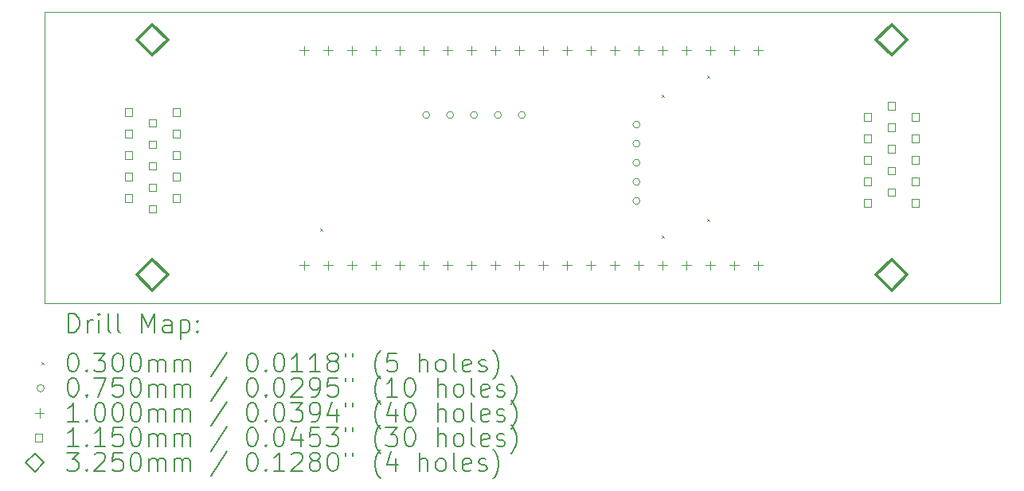
<source format=gbr>
%TF.GenerationSoftware,KiCad,Pcbnew,8.0.9-8.0.9-0~ubuntu20.04.1*%
%TF.CreationDate,2025-06-05T20:47:29+01:00*%
%TF.ProjectId,ggroohauga-bridge,6767726f-6f68-4617-9567-612d62726964,rev?*%
%TF.SameCoordinates,Original*%
%TF.FileFunction,Drillmap*%
%TF.FilePolarity,Positive*%
%FSLAX45Y45*%
G04 Gerber Fmt 4.5, Leading zero omitted, Abs format (unit mm)*
G04 Created by KiCad (PCBNEW 8.0.9-8.0.9-0~ubuntu20.04.1) date 2025-06-05 20:47:29*
%MOMM*%
%LPD*%
G01*
G04 APERTURE LIST*
%ADD10C,0.025400*%
%ADD11C,0.200000*%
%ADD12C,0.100000*%
%ADD13C,0.115000*%
%ADD14C,0.325000*%
G04 APERTURE END LIST*
D10*
X5387340Y-5049520D02*
X15547340Y-5049520D01*
X15547340Y-8148320D01*
X5387340Y-8148320D01*
X5387340Y-5049520D01*
D11*
D12*
X8316200Y-7351000D02*
X8346200Y-7381000D01*
X8346200Y-7351000D02*
X8316200Y-7381000D01*
X11948400Y-5928600D02*
X11978400Y-5958600D01*
X11978400Y-5928600D02*
X11948400Y-5958600D01*
X11948400Y-7427200D02*
X11978400Y-7457200D01*
X11978400Y-7427200D02*
X11948400Y-7457200D01*
X12431000Y-5725400D02*
X12461000Y-5755400D01*
X12461000Y-5725400D02*
X12431000Y-5755400D01*
X12431000Y-7249400D02*
X12461000Y-7279400D01*
X12461000Y-7249400D02*
X12431000Y-7279400D01*
X9486300Y-6146800D02*
G75*
G02*
X9411300Y-6146800I-37500J0D01*
G01*
X9411300Y-6146800D02*
G75*
G02*
X9486300Y-6146800I37500J0D01*
G01*
X9740300Y-6146800D02*
G75*
G02*
X9665300Y-6146800I-37500J0D01*
G01*
X9665300Y-6146800D02*
G75*
G02*
X9740300Y-6146800I37500J0D01*
G01*
X9994300Y-6146800D02*
G75*
G02*
X9919300Y-6146800I-37500J0D01*
G01*
X9919300Y-6146800D02*
G75*
G02*
X9994300Y-6146800I37500J0D01*
G01*
X10248300Y-6146800D02*
G75*
G02*
X10173300Y-6146800I-37500J0D01*
G01*
X10173300Y-6146800D02*
G75*
G02*
X10248300Y-6146800I37500J0D01*
G01*
X10502300Y-6146800D02*
G75*
G02*
X10427300Y-6146800I-37500J0D01*
G01*
X10427300Y-6146800D02*
G75*
G02*
X10502300Y-6146800I37500J0D01*
G01*
X11721500Y-6248400D02*
G75*
G02*
X11646500Y-6248400I-37500J0D01*
G01*
X11646500Y-6248400D02*
G75*
G02*
X11721500Y-6248400I37500J0D01*
G01*
X11721500Y-6451600D02*
G75*
G02*
X11646500Y-6451600I-37500J0D01*
G01*
X11646500Y-6451600D02*
G75*
G02*
X11721500Y-6451600I37500J0D01*
G01*
X11721500Y-6654800D02*
G75*
G02*
X11646500Y-6654800I-37500J0D01*
G01*
X11646500Y-6654800D02*
G75*
G02*
X11721500Y-6654800I37500J0D01*
G01*
X11721500Y-6858000D02*
G75*
G02*
X11646500Y-6858000I-37500J0D01*
G01*
X11646500Y-6858000D02*
G75*
G02*
X11721500Y-6858000I37500J0D01*
G01*
X11721500Y-7061200D02*
G75*
G02*
X11646500Y-7061200I-37500J0D01*
G01*
X11646500Y-7061200D02*
G75*
G02*
X11721500Y-7061200I37500J0D01*
G01*
X8153400Y-5411000D02*
X8153400Y-5511000D01*
X8103400Y-5461000D02*
X8203400Y-5461000D01*
X8153400Y-7697000D02*
X8153400Y-7797000D01*
X8103400Y-7747000D02*
X8203400Y-7747000D01*
X8407400Y-5411000D02*
X8407400Y-5511000D01*
X8357400Y-5461000D02*
X8457400Y-5461000D01*
X8407400Y-7697000D02*
X8407400Y-7797000D01*
X8357400Y-7747000D02*
X8457400Y-7747000D01*
X8661400Y-5411000D02*
X8661400Y-5511000D01*
X8611400Y-5461000D02*
X8711400Y-5461000D01*
X8661400Y-7697000D02*
X8661400Y-7797000D01*
X8611400Y-7747000D02*
X8711400Y-7747000D01*
X8915400Y-5411000D02*
X8915400Y-5511000D01*
X8865400Y-5461000D02*
X8965400Y-5461000D01*
X8915400Y-7697000D02*
X8915400Y-7797000D01*
X8865400Y-7747000D02*
X8965400Y-7747000D01*
X9169400Y-5411000D02*
X9169400Y-5511000D01*
X9119400Y-5461000D02*
X9219400Y-5461000D01*
X9169400Y-7697000D02*
X9169400Y-7797000D01*
X9119400Y-7747000D02*
X9219400Y-7747000D01*
X9423400Y-5411000D02*
X9423400Y-5511000D01*
X9373400Y-5461000D02*
X9473400Y-5461000D01*
X9423400Y-7697000D02*
X9423400Y-7797000D01*
X9373400Y-7747000D02*
X9473400Y-7747000D01*
X9677400Y-5411000D02*
X9677400Y-5511000D01*
X9627400Y-5461000D02*
X9727400Y-5461000D01*
X9677400Y-7697000D02*
X9677400Y-7797000D01*
X9627400Y-7747000D02*
X9727400Y-7747000D01*
X9931400Y-5411000D02*
X9931400Y-5511000D01*
X9881400Y-5461000D02*
X9981400Y-5461000D01*
X9931400Y-7697000D02*
X9931400Y-7797000D01*
X9881400Y-7747000D02*
X9981400Y-7747000D01*
X10185400Y-5411000D02*
X10185400Y-5511000D01*
X10135400Y-5461000D02*
X10235400Y-5461000D01*
X10185400Y-7697000D02*
X10185400Y-7797000D01*
X10135400Y-7747000D02*
X10235400Y-7747000D01*
X10439400Y-5411000D02*
X10439400Y-5511000D01*
X10389400Y-5461000D02*
X10489400Y-5461000D01*
X10439400Y-7697000D02*
X10439400Y-7797000D01*
X10389400Y-7747000D02*
X10489400Y-7747000D01*
X10693400Y-5411000D02*
X10693400Y-5511000D01*
X10643400Y-5461000D02*
X10743400Y-5461000D01*
X10693400Y-7697000D02*
X10693400Y-7797000D01*
X10643400Y-7747000D02*
X10743400Y-7747000D01*
X10947400Y-5411000D02*
X10947400Y-5511000D01*
X10897400Y-5461000D02*
X10997400Y-5461000D01*
X10947400Y-7697000D02*
X10947400Y-7797000D01*
X10897400Y-7747000D02*
X10997400Y-7747000D01*
X11201400Y-5411000D02*
X11201400Y-5511000D01*
X11151400Y-5461000D02*
X11251400Y-5461000D01*
X11201400Y-7697000D02*
X11201400Y-7797000D01*
X11151400Y-7747000D02*
X11251400Y-7747000D01*
X11455400Y-5411000D02*
X11455400Y-5511000D01*
X11405400Y-5461000D02*
X11505400Y-5461000D01*
X11455400Y-7697000D02*
X11455400Y-7797000D01*
X11405400Y-7747000D02*
X11505400Y-7747000D01*
X11709400Y-5411000D02*
X11709400Y-5511000D01*
X11659400Y-5461000D02*
X11759400Y-5461000D01*
X11709400Y-7697000D02*
X11709400Y-7797000D01*
X11659400Y-7747000D02*
X11759400Y-7747000D01*
X11963400Y-5411000D02*
X11963400Y-5511000D01*
X11913400Y-5461000D02*
X12013400Y-5461000D01*
X11963400Y-7697000D02*
X11963400Y-7797000D01*
X11913400Y-7747000D02*
X12013400Y-7747000D01*
X12217400Y-5411000D02*
X12217400Y-5511000D01*
X12167400Y-5461000D02*
X12267400Y-5461000D01*
X12217400Y-7697000D02*
X12217400Y-7797000D01*
X12167400Y-7747000D02*
X12267400Y-7747000D01*
X12471400Y-5411000D02*
X12471400Y-5511000D01*
X12421400Y-5461000D02*
X12521400Y-5461000D01*
X12471400Y-7697000D02*
X12471400Y-7797000D01*
X12421400Y-7747000D02*
X12521400Y-7747000D01*
X12725400Y-5411000D02*
X12725400Y-5511000D01*
X12675400Y-5461000D02*
X12775400Y-5461000D01*
X12725400Y-7697000D02*
X12725400Y-7797000D01*
X12675400Y-7747000D02*
X12775400Y-7747000D01*
X12979400Y-5411000D02*
X12979400Y-5511000D01*
X12929400Y-5461000D02*
X13029400Y-5461000D01*
X12979400Y-7697000D02*
X12979400Y-7797000D01*
X12929400Y-7747000D02*
X13029400Y-7747000D01*
D13*
X6324619Y-6156579D02*
X6324619Y-6075261D01*
X6243301Y-6075261D01*
X6243301Y-6156579D01*
X6324619Y-6156579D01*
X6324619Y-6385579D02*
X6324619Y-6304261D01*
X6243301Y-6304261D01*
X6243301Y-6385579D01*
X6324619Y-6385579D01*
X6324619Y-6614579D02*
X6324619Y-6533261D01*
X6243301Y-6533261D01*
X6243301Y-6614579D01*
X6324619Y-6614579D01*
X6324619Y-6843579D02*
X6324619Y-6762261D01*
X6243301Y-6762261D01*
X6243301Y-6843579D01*
X6324619Y-6843579D01*
X6324619Y-7072579D02*
X6324619Y-6991261D01*
X6243301Y-6991261D01*
X6243301Y-7072579D01*
X6324619Y-7072579D01*
X6578619Y-6271079D02*
X6578619Y-6189761D01*
X6497301Y-6189761D01*
X6497301Y-6271079D01*
X6578619Y-6271079D01*
X6578619Y-6500079D02*
X6578619Y-6418761D01*
X6497301Y-6418761D01*
X6497301Y-6500079D01*
X6578619Y-6500079D01*
X6578619Y-6729079D02*
X6578619Y-6647761D01*
X6497301Y-6647761D01*
X6497301Y-6729079D01*
X6578619Y-6729079D01*
X6578619Y-6958079D02*
X6578619Y-6876761D01*
X6497301Y-6876761D01*
X6497301Y-6958079D01*
X6578619Y-6958079D01*
X6578619Y-7187079D02*
X6578619Y-7105761D01*
X6497301Y-7105761D01*
X6497301Y-7187079D01*
X6578619Y-7187079D01*
X6832619Y-6156579D02*
X6832619Y-6075261D01*
X6751301Y-6075261D01*
X6751301Y-6156579D01*
X6832619Y-6156579D01*
X6832619Y-6385579D02*
X6832619Y-6304261D01*
X6751301Y-6304261D01*
X6751301Y-6385579D01*
X6832619Y-6385579D01*
X6832619Y-6614579D02*
X6832619Y-6533261D01*
X6751301Y-6533261D01*
X6751301Y-6614579D01*
X6832619Y-6614579D01*
X6832619Y-6843579D02*
X6832619Y-6762261D01*
X6751301Y-6762261D01*
X6751301Y-6843579D01*
X6832619Y-6843579D01*
X6832619Y-7072579D02*
X6832619Y-6991261D01*
X6751301Y-6991261D01*
X6751301Y-7072579D01*
X6832619Y-7072579D01*
X14183379Y-6206579D02*
X14183379Y-6125261D01*
X14102061Y-6125261D01*
X14102061Y-6206579D01*
X14183379Y-6206579D01*
X14183379Y-6435579D02*
X14183379Y-6354261D01*
X14102061Y-6354261D01*
X14102061Y-6435579D01*
X14183379Y-6435579D01*
X14183379Y-6664579D02*
X14183379Y-6583261D01*
X14102061Y-6583261D01*
X14102061Y-6664579D01*
X14183379Y-6664579D01*
X14183379Y-6893579D02*
X14183379Y-6812261D01*
X14102061Y-6812261D01*
X14102061Y-6893579D01*
X14183379Y-6893579D01*
X14183379Y-7122579D02*
X14183379Y-7041261D01*
X14102061Y-7041261D01*
X14102061Y-7122579D01*
X14183379Y-7122579D01*
X14437379Y-6092079D02*
X14437379Y-6010761D01*
X14356061Y-6010761D01*
X14356061Y-6092079D01*
X14437379Y-6092079D01*
X14437379Y-6321079D02*
X14437379Y-6239761D01*
X14356061Y-6239761D01*
X14356061Y-6321079D01*
X14437379Y-6321079D01*
X14437379Y-6550079D02*
X14437379Y-6468761D01*
X14356061Y-6468761D01*
X14356061Y-6550079D01*
X14437379Y-6550079D01*
X14437379Y-6779079D02*
X14437379Y-6697761D01*
X14356061Y-6697761D01*
X14356061Y-6779079D01*
X14437379Y-6779079D01*
X14437379Y-7008079D02*
X14437379Y-6926761D01*
X14356061Y-6926761D01*
X14356061Y-7008079D01*
X14437379Y-7008079D01*
X14691379Y-6206579D02*
X14691379Y-6125261D01*
X14610061Y-6125261D01*
X14610061Y-6206579D01*
X14691379Y-6206579D01*
X14691379Y-6435579D02*
X14691379Y-6354261D01*
X14610061Y-6354261D01*
X14610061Y-6435579D01*
X14691379Y-6435579D01*
X14691379Y-6664579D02*
X14691379Y-6583261D01*
X14610061Y-6583261D01*
X14610061Y-6664579D01*
X14691379Y-6664579D01*
X14691379Y-6893579D02*
X14691379Y-6812261D01*
X14610061Y-6812261D01*
X14610061Y-6893579D01*
X14691379Y-6893579D01*
X14691379Y-7122579D02*
X14691379Y-7041261D01*
X14610061Y-7041261D01*
X14610061Y-7122579D01*
X14691379Y-7122579D01*
D14*
X6537960Y-5511920D02*
X6700460Y-5349420D01*
X6537960Y-5186920D01*
X6375460Y-5349420D01*
X6537960Y-5511920D01*
X6537960Y-8010920D02*
X6700460Y-7848420D01*
X6537960Y-7685920D01*
X6375460Y-7848420D01*
X6537960Y-8010920D01*
X14396720Y-5511920D02*
X14559220Y-5349420D01*
X14396720Y-5186920D01*
X14234220Y-5349420D01*
X14396720Y-5511920D01*
X14396720Y-8010920D02*
X14559220Y-7848420D01*
X14396720Y-7685920D01*
X14234220Y-7848420D01*
X14396720Y-8010920D01*
D11*
X5646847Y-8461074D02*
X5646847Y-8261074D01*
X5646847Y-8261074D02*
X5694466Y-8261074D01*
X5694466Y-8261074D02*
X5723037Y-8270598D01*
X5723037Y-8270598D02*
X5742085Y-8289645D01*
X5742085Y-8289645D02*
X5751609Y-8308693D01*
X5751609Y-8308693D02*
X5761132Y-8346788D01*
X5761132Y-8346788D02*
X5761132Y-8375359D01*
X5761132Y-8375359D02*
X5751609Y-8413455D01*
X5751609Y-8413455D02*
X5742085Y-8432502D01*
X5742085Y-8432502D02*
X5723037Y-8451550D01*
X5723037Y-8451550D02*
X5694466Y-8461074D01*
X5694466Y-8461074D02*
X5646847Y-8461074D01*
X5846847Y-8461074D02*
X5846847Y-8327740D01*
X5846847Y-8365836D02*
X5856371Y-8346788D01*
X5856371Y-8346788D02*
X5865894Y-8337264D01*
X5865894Y-8337264D02*
X5884942Y-8327740D01*
X5884942Y-8327740D02*
X5903990Y-8327740D01*
X5970656Y-8461074D02*
X5970656Y-8327740D01*
X5970656Y-8261074D02*
X5961132Y-8270598D01*
X5961132Y-8270598D02*
X5970656Y-8280121D01*
X5970656Y-8280121D02*
X5980180Y-8270598D01*
X5980180Y-8270598D02*
X5970656Y-8261074D01*
X5970656Y-8261074D02*
X5970656Y-8280121D01*
X6094466Y-8461074D02*
X6075418Y-8451550D01*
X6075418Y-8451550D02*
X6065894Y-8432502D01*
X6065894Y-8432502D02*
X6065894Y-8261074D01*
X6199228Y-8461074D02*
X6180180Y-8451550D01*
X6180180Y-8451550D02*
X6170656Y-8432502D01*
X6170656Y-8432502D02*
X6170656Y-8261074D01*
X6427799Y-8461074D02*
X6427799Y-8261074D01*
X6427799Y-8261074D02*
X6494466Y-8403931D01*
X6494466Y-8403931D02*
X6561132Y-8261074D01*
X6561132Y-8261074D02*
X6561132Y-8461074D01*
X6742085Y-8461074D02*
X6742085Y-8356312D01*
X6742085Y-8356312D02*
X6732561Y-8337264D01*
X6732561Y-8337264D02*
X6713513Y-8327740D01*
X6713513Y-8327740D02*
X6675418Y-8327740D01*
X6675418Y-8327740D02*
X6656371Y-8337264D01*
X6742085Y-8451550D02*
X6723037Y-8461074D01*
X6723037Y-8461074D02*
X6675418Y-8461074D01*
X6675418Y-8461074D02*
X6656371Y-8451550D01*
X6656371Y-8451550D02*
X6646847Y-8432502D01*
X6646847Y-8432502D02*
X6646847Y-8413455D01*
X6646847Y-8413455D02*
X6656371Y-8394407D01*
X6656371Y-8394407D02*
X6675418Y-8384883D01*
X6675418Y-8384883D02*
X6723037Y-8384883D01*
X6723037Y-8384883D02*
X6742085Y-8375359D01*
X6837323Y-8327740D02*
X6837323Y-8527740D01*
X6837323Y-8337264D02*
X6856371Y-8327740D01*
X6856371Y-8327740D02*
X6894466Y-8327740D01*
X6894466Y-8327740D02*
X6913513Y-8337264D01*
X6913513Y-8337264D02*
X6923037Y-8346788D01*
X6923037Y-8346788D02*
X6932561Y-8365836D01*
X6932561Y-8365836D02*
X6932561Y-8422979D01*
X6932561Y-8422979D02*
X6923037Y-8442026D01*
X6923037Y-8442026D02*
X6913513Y-8451550D01*
X6913513Y-8451550D02*
X6894466Y-8461074D01*
X6894466Y-8461074D02*
X6856371Y-8461074D01*
X6856371Y-8461074D02*
X6837323Y-8451550D01*
X7018275Y-8442026D02*
X7027799Y-8451550D01*
X7027799Y-8451550D02*
X7018275Y-8461074D01*
X7018275Y-8461074D02*
X7008752Y-8451550D01*
X7008752Y-8451550D02*
X7018275Y-8442026D01*
X7018275Y-8442026D02*
X7018275Y-8461074D01*
X7018275Y-8337264D02*
X7027799Y-8346788D01*
X7027799Y-8346788D02*
X7018275Y-8356312D01*
X7018275Y-8356312D02*
X7008752Y-8346788D01*
X7008752Y-8346788D02*
X7018275Y-8337264D01*
X7018275Y-8337264D02*
X7018275Y-8356312D01*
D12*
X5356070Y-8774590D02*
X5386070Y-8804590D01*
X5386070Y-8774590D02*
X5356070Y-8804590D01*
D11*
X5684942Y-8681074D02*
X5703990Y-8681074D01*
X5703990Y-8681074D02*
X5723037Y-8690598D01*
X5723037Y-8690598D02*
X5732561Y-8700121D01*
X5732561Y-8700121D02*
X5742085Y-8719169D01*
X5742085Y-8719169D02*
X5751609Y-8757264D01*
X5751609Y-8757264D02*
X5751609Y-8804883D01*
X5751609Y-8804883D02*
X5742085Y-8842979D01*
X5742085Y-8842979D02*
X5732561Y-8862026D01*
X5732561Y-8862026D02*
X5723037Y-8871550D01*
X5723037Y-8871550D02*
X5703990Y-8881074D01*
X5703990Y-8881074D02*
X5684942Y-8881074D01*
X5684942Y-8881074D02*
X5665894Y-8871550D01*
X5665894Y-8871550D02*
X5656371Y-8862026D01*
X5656371Y-8862026D02*
X5646847Y-8842979D01*
X5646847Y-8842979D02*
X5637323Y-8804883D01*
X5637323Y-8804883D02*
X5637323Y-8757264D01*
X5637323Y-8757264D02*
X5646847Y-8719169D01*
X5646847Y-8719169D02*
X5656371Y-8700121D01*
X5656371Y-8700121D02*
X5665894Y-8690598D01*
X5665894Y-8690598D02*
X5684942Y-8681074D01*
X5837323Y-8862026D02*
X5846847Y-8871550D01*
X5846847Y-8871550D02*
X5837323Y-8881074D01*
X5837323Y-8881074D02*
X5827799Y-8871550D01*
X5827799Y-8871550D02*
X5837323Y-8862026D01*
X5837323Y-8862026D02*
X5837323Y-8881074D01*
X5913513Y-8681074D02*
X6037323Y-8681074D01*
X6037323Y-8681074D02*
X5970656Y-8757264D01*
X5970656Y-8757264D02*
X5999228Y-8757264D01*
X5999228Y-8757264D02*
X6018275Y-8766788D01*
X6018275Y-8766788D02*
X6027799Y-8776312D01*
X6027799Y-8776312D02*
X6037323Y-8795360D01*
X6037323Y-8795360D02*
X6037323Y-8842979D01*
X6037323Y-8842979D02*
X6027799Y-8862026D01*
X6027799Y-8862026D02*
X6018275Y-8871550D01*
X6018275Y-8871550D02*
X5999228Y-8881074D01*
X5999228Y-8881074D02*
X5942085Y-8881074D01*
X5942085Y-8881074D02*
X5923037Y-8871550D01*
X5923037Y-8871550D02*
X5913513Y-8862026D01*
X6161132Y-8681074D02*
X6180180Y-8681074D01*
X6180180Y-8681074D02*
X6199228Y-8690598D01*
X6199228Y-8690598D02*
X6208752Y-8700121D01*
X6208752Y-8700121D02*
X6218275Y-8719169D01*
X6218275Y-8719169D02*
X6227799Y-8757264D01*
X6227799Y-8757264D02*
X6227799Y-8804883D01*
X6227799Y-8804883D02*
X6218275Y-8842979D01*
X6218275Y-8842979D02*
X6208752Y-8862026D01*
X6208752Y-8862026D02*
X6199228Y-8871550D01*
X6199228Y-8871550D02*
X6180180Y-8881074D01*
X6180180Y-8881074D02*
X6161132Y-8881074D01*
X6161132Y-8881074D02*
X6142085Y-8871550D01*
X6142085Y-8871550D02*
X6132561Y-8862026D01*
X6132561Y-8862026D02*
X6123037Y-8842979D01*
X6123037Y-8842979D02*
X6113513Y-8804883D01*
X6113513Y-8804883D02*
X6113513Y-8757264D01*
X6113513Y-8757264D02*
X6123037Y-8719169D01*
X6123037Y-8719169D02*
X6132561Y-8700121D01*
X6132561Y-8700121D02*
X6142085Y-8690598D01*
X6142085Y-8690598D02*
X6161132Y-8681074D01*
X6351609Y-8681074D02*
X6370656Y-8681074D01*
X6370656Y-8681074D02*
X6389704Y-8690598D01*
X6389704Y-8690598D02*
X6399228Y-8700121D01*
X6399228Y-8700121D02*
X6408752Y-8719169D01*
X6408752Y-8719169D02*
X6418275Y-8757264D01*
X6418275Y-8757264D02*
X6418275Y-8804883D01*
X6418275Y-8804883D02*
X6408752Y-8842979D01*
X6408752Y-8842979D02*
X6399228Y-8862026D01*
X6399228Y-8862026D02*
X6389704Y-8871550D01*
X6389704Y-8871550D02*
X6370656Y-8881074D01*
X6370656Y-8881074D02*
X6351609Y-8881074D01*
X6351609Y-8881074D02*
X6332561Y-8871550D01*
X6332561Y-8871550D02*
X6323037Y-8862026D01*
X6323037Y-8862026D02*
X6313513Y-8842979D01*
X6313513Y-8842979D02*
X6303990Y-8804883D01*
X6303990Y-8804883D02*
X6303990Y-8757264D01*
X6303990Y-8757264D02*
X6313513Y-8719169D01*
X6313513Y-8719169D02*
X6323037Y-8700121D01*
X6323037Y-8700121D02*
X6332561Y-8690598D01*
X6332561Y-8690598D02*
X6351609Y-8681074D01*
X6503990Y-8881074D02*
X6503990Y-8747740D01*
X6503990Y-8766788D02*
X6513513Y-8757264D01*
X6513513Y-8757264D02*
X6532561Y-8747740D01*
X6532561Y-8747740D02*
X6561133Y-8747740D01*
X6561133Y-8747740D02*
X6580180Y-8757264D01*
X6580180Y-8757264D02*
X6589704Y-8776312D01*
X6589704Y-8776312D02*
X6589704Y-8881074D01*
X6589704Y-8776312D02*
X6599228Y-8757264D01*
X6599228Y-8757264D02*
X6618275Y-8747740D01*
X6618275Y-8747740D02*
X6646847Y-8747740D01*
X6646847Y-8747740D02*
X6665894Y-8757264D01*
X6665894Y-8757264D02*
X6675418Y-8776312D01*
X6675418Y-8776312D02*
X6675418Y-8881074D01*
X6770656Y-8881074D02*
X6770656Y-8747740D01*
X6770656Y-8766788D02*
X6780180Y-8757264D01*
X6780180Y-8757264D02*
X6799228Y-8747740D01*
X6799228Y-8747740D02*
X6827799Y-8747740D01*
X6827799Y-8747740D02*
X6846847Y-8757264D01*
X6846847Y-8757264D02*
X6856371Y-8776312D01*
X6856371Y-8776312D02*
X6856371Y-8881074D01*
X6856371Y-8776312D02*
X6865894Y-8757264D01*
X6865894Y-8757264D02*
X6884942Y-8747740D01*
X6884942Y-8747740D02*
X6913513Y-8747740D01*
X6913513Y-8747740D02*
X6932561Y-8757264D01*
X6932561Y-8757264D02*
X6942085Y-8776312D01*
X6942085Y-8776312D02*
X6942085Y-8881074D01*
X7332561Y-8671550D02*
X7161133Y-8928693D01*
X7589704Y-8681074D02*
X7608752Y-8681074D01*
X7608752Y-8681074D02*
X7627799Y-8690598D01*
X7627799Y-8690598D02*
X7637323Y-8700121D01*
X7637323Y-8700121D02*
X7646847Y-8719169D01*
X7646847Y-8719169D02*
X7656371Y-8757264D01*
X7656371Y-8757264D02*
X7656371Y-8804883D01*
X7656371Y-8804883D02*
X7646847Y-8842979D01*
X7646847Y-8842979D02*
X7637323Y-8862026D01*
X7637323Y-8862026D02*
X7627799Y-8871550D01*
X7627799Y-8871550D02*
X7608752Y-8881074D01*
X7608752Y-8881074D02*
X7589704Y-8881074D01*
X7589704Y-8881074D02*
X7570656Y-8871550D01*
X7570656Y-8871550D02*
X7561133Y-8862026D01*
X7561133Y-8862026D02*
X7551609Y-8842979D01*
X7551609Y-8842979D02*
X7542085Y-8804883D01*
X7542085Y-8804883D02*
X7542085Y-8757264D01*
X7542085Y-8757264D02*
X7551609Y-8719169D01*
X7551609Y-8719169D02*
X7561133Y-8700121D01*
X7561133Y-8700121D02*
X7570656Y-8690598D01*
X7570656Y-8690598D02*
X7589704Y-8681074D01*
X7742085Y-8862026D02*
X7751609Y-8871550D01*
X7751609Y-8871550D02*
X7742085Y-8881074D01*
X7742085Y-8881074D02*
X7732561Y-8871550D01*
X7732561Y-8871550D02*
X7742085Y-8862026D01*
X7742085Y-8862026D02*
X7742085Y-8881074D01*
X7875418Y-8681074D02*
X7894466Y-8681074D01*
X7894466Y-8681074D02*
X7913514Y-8690598D01*
X7913514Y-8690598D02*
X7923037Y-8700121D01*
X7923037Y-8700121D02*
X7932561Y-8719169D01*
X7932561Y-8719169D02*
X7942085Y-8757264D01*
X7942085Y-8757264D02*
X7942085Y-8804883D01*
X7942085Y-8804883D02*
X7932561Y-8842979D01*
X7932561Y-8842979D02*
X7923037Y-8862026D01*
X7923037Y-8862026D02*
X7913514Y-8871550D01*
X7913514Y-8871550D02*
X7894466Y-8881074D01*
X7894466Y-8881074D02*
X7875418Y-8881074D01*
X7875418Y-8881074D02*
X7856371Y-8871550D01*
X7856371Y-8871550D02*
X7846847Y-8862026D01*
X7846847Y-8862026D02*
X7837323Y-8842979D01*
X7837323Y-8842979D02*
X7827799Y-8804883D01*
X7827799Y-8804883D02*
X7827799Y-8757264D01*
X7827799Y-8757264D02*
X7837323Y-8719169D01*
X7837323Y-8719169D02*
X7846847Y-8700121D01*
X7846847Y-8700121D02*
X7856371Y-8690598D01*
X7856371Y-8690598D02*
X7875418Y-8681074D01*
X8132561Y-8881074D02*
X8018276Y-8881074D01*
X8075418Y-8881074D02*
X8075418Y-8681074D01*
X8075418Y-8681074D02*
X8056371Y-8709645D01*
X8056371Y-8709645D02*
X8037323Y-8728693D01*
X8037323Y-8728693D02*
X8018276Y-8738217D01*
X8323037Y-8881074D02*
X8208752Y-8881074D01*
X8265895Y-8881074D02*
X8265895Y-8681074D01*
X8265895Y-8681074D02*
X8246847Y-8709645D01*
X8246847Y-8709645D02*
X8227799Y-8728693D01*
X8227799Y-8728693D02*
X8208752Y-8738217D01*
X8437323Y-8766788D02*
X8418276Y-8757264D01*
X8418276Y-8757264D02*
X8408752Y-8747740D01*
X8408752Y-8747740D02*
X8399228Y-8728693D01*
X8399228Y-8728693D02*
X8399228Y-8719169D01*
X8399228Y-8719169D02*
X8408752Y-8700121D01*
X8408752Y-8700121D02*
X8418276Y-8690598D01*
X8418276Y-8690598D02*
X8437323Y-8681074D01*
X8437323Y-8681074D02*
X8475419Y-8681074D01*
X8475419Y-8681074D02*
X8494466Y-8690598D01*
X8494466Y-8690598D02*
X8503990Y-8700121D01*
X8503990Y-8700121D02*
X8513514Y-8719169D01*
X8513514Y-8719169D02*
X8513514Y-8728693D01*
X8513514Y-8728693D02*
X8503990Y-8747740D01*
X8503990Y-8747740D02*
X8494466Y-8757264D01*
X8494466Y-8757264D02*
X8475419Y-8766788D01*
X8475419Y-8766788D02*
X8437323Y-8766788D01*
X8437323Y-8766788D02*
X8418276Y-8776312D01*
X8418276Y-8776312D02*
X8408752Y-8785836D01*
X8408752Y-8785836D02*
X8399228Y-8804883D01*
X8399228Y-8804883D02*
X8399228Y-8842979D01*
X8399228Y-8842979D02*
X8408752Y-8862026D01*
X8408752Y-8862026D02*
X8418276Y-8871550D01*
X8418276Y-8871550D02*
X8437323Y-8881074D01*
X8437323Y-8881074D02*
X8475419Y-8881074D01*
X8475419Y-8881074D02*
X8494466Y-8871550D01*
X8494466Y-8871550D02*
X8503990Y-8862026D01*
X8503990Y-8862026D02*
X8513514Y-8842979D01*
X8513514Y-8842979D02*
X8513514Y-8804883D01*
X8513514Y-8804883D02*
X8503990Y-8785836D01*
X8503990Y-8785836D02*
X8494466Y-8776312D01*
X8494466Y-8776312D02*
X8475419Y-8766788D01*
X8589704Y-8681074D02*
X8589704Y-8719169D01*
X8665895Y-8681074D02*
X8665895Y-8719169D01*
X8961133Y-8957264D02*
X8951609Y-8947740D01*
X8951609Y-8947740D02*
X8932561Y-8919169D01*
X8932561Y-8919169D02*
X8923038Y-8900121D01*
X8923038Y-8900121D02*
X8913514Y-8871550D01*
X8913514Y-8871550D02*
X8903990Y-8823931D01*
X8903990Y-8823931D02*
X8903990Y-8785836D01*
X8903990Y-8785836D02*
X8913514Y-8738217D01*
X8913514Y-8738217D02*
X8923038Y-8709645D01*
X8923038Y-8709645D02*
X8932561Y-8690598D01*
X8932561Y-8690598D02*
X8951609Y-8662026D01*
X8951609Y-8662026D02*
X8961133Y-8652502D01*
X9132561Y-8681074D02*
X9037323Y-8681074D01*
X9037323Y-8681074D02*
X9027800Y-8776312D01*
X9027800Y-8776312D02*
X9037323Y-8766788D01*
X9037323Y-8766788D02*
X9056371Y-8757264D01*
X9056371Y-8757264D02*
X9103990Y-8757264D01*
X9103990Y-8757264D02*
X9123038Y-8766788D01*
X9123038Y-8766788D02*
X9132561Y-8776312D01*
X9132561Y-8776312D02*
X9142085Y-8795360D01*
X9142085Y-8795360D02*
X9142085Y-8842979D01*
X9142085Y-8842979D02*
X9132561Y-8862026D01*
X9132561Y-8862026D02*
X9123038Y-8871550D01*
X9123038Y-8871550D02*
X9103990Y-8881074D01*
X9103990Y-8881074D02*
X9056371Y-8881074D01*
X9056371Y-8881074D02*
X9037323Y-8871550D01*
X9037323Y-8871550D02*
X9027800Y-8862026D01*
X9380181Y-8881074D02*
X9380181Y-8681074D01*
X9465895Y-8881074D02*
X9465895Y-8776312D01*
X9465895Y-8776312D02*
X9456371Y-8757264D01*
X9456371Y-8757264D02*
X9437323Y-8747740D01*
X9437323Y-8747740D02*
X9408752Y-8747740D01*
X9408752Y-8747740D02*
X9389704Y-8757264D01*
X9389704Y-8757264D02*
X9380181Y-8766788D01*
X9589704Y-8881074D02*
X9570657Y-8871550D01*
X9570657Y-8871550D02*
X9561133Y-8862026D01*
X9561133Y-8862026D02*
X9551609Y-8842979D01*
X9551609Y-8842979D02*
X9551609Y-8785836D01*
X9551609Y-8785836D02*
X9561133Y-8766788D01*
X9561133Y-8766788D02*
X9570657Y-8757264D01*
X9570657Y-8757264D02*
X9589704Y-8747740D01*
X9589704Y-8747740D02*
X9618276Y-8747740D01*
X9618276Y-8747740D02*
X9637323Y-8757264D01*
X9637323Y-8757264D02*
X9646847Y-8766788D01*
X9646847Y-8766788D02*
X9656371Y-8785836D01*
X9656371Y-8785836D02*
X9656371Y-8842979D01*
X9656371Y-8842979D02*
X9646847Y-8862026D01*
X9646847Y-8862026D02*
X9637323Y-8871550D01*
X9637323Y-8871550D02*
X9618276Y-8881074D01*
X9618276Y-8881074D02*
X9589704Y-8881074D01*
X9770657Y-8881074D02*
X9751609Y-8871550D01*
X9751609Y-8871550D02*
X9742085Y-8852502D01*
X9742085Y-8852502D02*
X9742085Y-8681074D01*
X9923038Y-8871550D02*
X9903990Y-8881074D01*
X9903990Y-8881074D02*
X9865895Y-8881074D01*
X9865895Y-8881074D02*
X9846847Y-8871550D01*
X9846847Y-8871550D02*
X9837323Y-8852502D01*
X9837323Y-8852502D02*
X9837323Y-8776312D01*
X9837323Y-8776312D02*
X9846847Y-8757264D01*
X9846847Y-8757264D02*
X9865895Y-8747740D01*
X9865895Y-8747740D02*
X9903990Y-8747740D01*
X9903990Y-8747740D02*
X9923038Y-8757264D01*
X9923038Y-8757264D02*
X9932562Y-8776312D01*
X9932562Y-8776312D02*
X9932562Y-8795360D01*
X9932562Y-8795360D02*
X9837323Y-8814407D01*
X10008752Y-8871550D02*
X10027800Y-8881074D01*
X10027800Y-8881074D02*
X10065895Y-8881074D01*
X10065895Y-8881074D02*
X10084943Y-8871550D01*
X10084943Y-8871550D02*
X10094466Y-8852502D01*
X10094466Y-8852502D02*
X10094466Y-8842979D01*
X10094466Y-8842979D02*
X10084943Y-8823931D01*
X10084943Y-8823931D02*
X10065895Y-8814407D01*
X10065895Y-8814407D02*
X10037323Y-8814407D01*
X10037323Y-8814407D02*
X10018276Y-8804883D01*
X10018276Y-8804883D02*
X10008752Y-8785836D01*
X10008752Y-8785836D02*
X10008752Y-8776312D01*
X10008752Y-8776312D02*
X10018276Y-8757264D01*
X10018276Y-8757264D02*
X10037323Y-8747740D01*
X10037323Y-8747740D02*
X10065895Y-8747740D01*
X10065895Y-8747740D02*
X10084943Y-8757264D01*
X10161133Y-8957264D02*
X10170657Y-8947740D01*
X10170657Y-8947740D02*
X10189704Y-8919169D01*
X10189704Y-8919169D02*
X10199228Y-8900121D01*
X10199228Y-8900121D02*
X10208752Y-8871550D01*
X10208752Y-8871550D02*
X10218276Y-8823931D01*
X10218276Y-8823931D02*
X10218276Y-8785836D01*
X10218276Y-8785836D02*
X10208752Y-8738217D01*
X10208752Y-8738217D02*
X10199228Y-8709645D01*
X10199228Y-8709645D02*
X10189704Y-8690598D01*
X10189704Y-8690598D02*
X10170657Y-8662026D01*
X10170657Y-8662026D02*
X10161133Y-8652502D01*
D12*
X5386070Y-9053590D02*
G75*
G02*
X5311070Y-9053590I-37500J0D01*
G01*
X5311070Y-9053590D02*
G75*
G02*
X5386070Y-9053590I37500J0D01*
G01*
D11*
X5684942Y-8945074D02*
X5703990Y-8945074D01*
X5703990Y-8945074D02*
X5723037Y-8954598D01*
X5723037Y-8954598D02*
X5732561Y-8964121D01*
X5732561Y-8964121D02*
X5742085Y-8983169D01*
X5742085Y-8983169D02*
X5751609Y-9021264D01*
X5751609Y-9021264D02*
X5751609Y-9068883D01*
X5751609Y-9068883D02*
X5742085Y-9106979D01*
X5742085Y-9106979D02*
X5732561Y-9126026D01*
X5732561Y-9126026D02*
X5723037Y-9135550D01*
X5723037Y-9135550D02*
X5703990Y-9145074D01*
X5703990Y-9145074D02*
X5684942Y-9145074D01*
X5684942Y-9145074D02*
X5665894Y-9135550D01*
X5665894Y-9135550D02*
X5656371Y-9126026D01*
X5656371Y-9126026D02*
X5646847Y-9106979D01*
X5646847Y-9106979D02*
X5637323Y-9068883D01*
X5637323Y-9068883D02*
X5637323Y-9021264D01*
X5637323Y-9021264D02*
X5646847Y-8983169D01*
X5646847Y-8983169D02*
X5656371Y-8964121D01*
X5656371Y-8964121D02*
X5665894Y-8954598D01*
X5665894Y-8954598D02*
X5684942Y-8945074D01*
X5837323Y-9126026D02*
X5846847Y-9135550D01*
X5846847Y-9135550D02*
X5837323Y-9145074D01*
X5837323Y-9145074D02*
X5827799Y-9135550D01*
X5827799Y-9135550D02*
X5837323Y-9126026D01*
X5837323Y-9126026D02*
X5837323Y-9145074D01*
X5913513Y-8945074D02*
X6046847Y-8945074D01*
X6046847Y-8945074D02*
X5961132Y-9145074D01*
X6218275Y-8945074D02*
X6123037Y-8945074D01*
X6123037Y-8945074D02*
X6113513Y-9040312D01*
X6113513Y-9040312D02*
X6123037Y-9030788D01*
X6123037Y-9030788D02*
X6142085Y-9021264D01*
X6142085Y-9021264D02*
X6189704Y-9021264D01*
X6189704Y-9021264D02*
X6208752Y-9030788D01*
X6208752Y-9030788D02*
X6218275Y-9040312D01*
X6218275Y-9040312D02*
X6227799Y-9059360D01*
X6227799Y-9059360D02*
X6227799Y-9106979D01*
X6227799Y-9106979D02*
X6218275Y-9126026D01*
X6218275Y-9126026D02*
X6208752Y-9135550D01*
X6208752Y-9135550D02*
X6189704Y-9145074D01*
X6189704Y-9145074D02*
X6142085Y-9145074D01*
X6142085Y-9145074D02*
X6123037Y-9135550D01*
X6123037Y-9135550D02*
X6113513Y-9126026D01*
X6351609Y-8945074D02*
X6370656Y-8945074D01*
X6370656Y-8945074D02*
X6389704Y-8954598D01*
X6389704Y-8954598D02*
X6399228Y-8964121D01*
X6399228Y-8964121D02*
X6408752Y-8983169D01*
X6408752Y-8983169D02*
X6418275Y-9021264D01*
X6418275Y-9021264D02*
X6418275Y-9068883D01*
X6418275Y-9068883D02*
X6408752Y-9106979D01*
X6408752Y-9106979D02*
X6399228Y-9126026D01*
X6399228Y-9126026D02*
X6389704Y-9135550D01*
X6389704Y-9135550D02*
X6370656Y-9145074D01*
X6370656Y-9145074D02*
X6351609Y-9145074D01*
X6351609Y-9145074D02*
X6332561Y-9135550D01*
X6332561Y-9135550D02*
X6323037Y-9126026D01*
X6323037Y-9126026D02*
X6313513Y-9106979D01*
X6313513Y-9106979D02*
X6303990Y-9068883D01*
X6303990Y-9068883D02*
X6303990Y-9021264D01*
X6303990Y-9021264D02*
X6313513Y-8983169D01*
X6313513Y-8983169D02*
X6323037Y-8964121D01*
X6323037Y-8964121D02*
X6332561Y-8954598D01*
X6332561Y-8954598D02*
X6351609Y-8945074D01*
X6503990Y-9145074D02*
X6503990Y-9011740D01*
X6503990Y-9030788D02*
X6513513Y-9021264D01*
X6513513Y-9021264D02*
X6532561Y-9011740D01*
X6532561Y-9011740D02*
X6561133Y-9011740D01*
X6561133Y-9011740D02*
X6580180Y-9021264D01*
X6580180Y-9021264D02*
X6589704Y-9040312D01*
X6589704Y-9040312D02*
X6589704Y-9145074D01*
X6589704Y-9040312D02*
X6599228Y-9021264D01*
X6599228Y-9021264D02*
X6618275Y-9011740D01*
X6618275Y-9011740D02*
X6646847Y-9011740D01*
X6646847Y-9011740D02*
X6665894Y-9021264D01*
X6665894Y-9021264D02*
X6675418Y-9040312D01*
X6675418Y-9040312D02*
X6675418Y-9145074D01*
X6770656Y-9145074D02*
X6770656Y-9011740D01*
X6770656Y-9030788D02*
X6780180Y-9021264D01*
X6780180Y-9021264D02*
X6799228Y-9011740D01*
X6799228Y-9011740D02*
X6827799Y-9011740D01*
X6827799Y-9011740D02*
X6846847Y-9021264D01*
X6846847Y-9021264D02*
X6856371Y-9040312D01*
X6856371Y-9040312D02*
X6856371Y-9145074D01*
X6856371Y-9040312D02*
X6865894Y-9021264D01*
X6865894Y-9021264D02*
X6884942Y-9011740D01*
X6884942Y-9011740D02*
X6913513Y-9011740D01*
X6913513Y-9011740D02*
X6932561Y-9021264D01*
X6932561Y-9021264D02*
X6942085Y-9040312D01*
X6942085Y-9040312D02*
X6942085Y-9145074D01*
X7332561Y-8935550D02*
X7161133Y-9192693D01*
X7589704Y-8945074D02*
X7608752Y-8945074D01*
X7608752Y-8945074D02*
X7627799Y-8954598D01*
X7627799Y-8954598D02*
X7637323Y-8964121D01*
X7637323Y-8964121D02*
X7646847Y-8983169D01*
X7646847Y-8983169D02*
X7656371Y-9021264D01*
X7656371Y-9021264D02*
X7656371Y-9068883D01*
X7656371Y-9068883D02*
X7646847Y-9106979D01*
X7646847Y-9106979D02*
X7637323Y-9126026D01*
X7637323Y-9126026D02*
X7627799Y-9135550D01*
X7627799Y-9135550D02*
X7608752Y-9145074D01*
X7608752Y-9145074D02*
X7589704Y-9145074D01*
X7589704Y-9145074D02*
X7570656Y-9135550D01*
X7570656Y-9135550D02*
X7561133Y-9126026D01*
X7561133Y-9126026D02*
X7551609Y-9106979D01*
X7551609Y-9106979D02*
X7542085Y-9068883D01*
X7542085Y-9068883D02*
X7542085Y-9021264D01*
X7542085Y-9021264D02*
X7551609Y-8983169D01*
X7551609Y-8983169D02*
X7561133Y-8964121D01*
X7561133Y-8964121D02*
X7570656Y-8954598D01*
X7570656Y-8954598D02*
X7589704Y-8945074D01*
X7742085Y-9126026D02*
X7751609Y-9135550D01*
X7751609Y-9135550D02*
X7742085Y-9145074D01*
X7742085Y-9145074D02*
X7732561Y-9135550D01*
X7732561Y-9135550D02*
X7742085Y-9126026D01*
X7742085Y-9126026D02*
X7742085Y-9145074D01*
X7875418Y-8945074D02*
X7894466Y-8945074D01*
X7894466Y-8945074D02*
X7913514Y-8954598D01*
X7913514Y-8954598D02*
X7923037Y-8964121D01*
X7923037Y-8964121D02*
X7932561Y-8983169D01*
X7932561Y-8983169D02*
X7942085Y-9021264D01*
X7942085Y-9021264D02*
X7942085Y-9068883D01*
X7942085Y-9068883D02*
X7932561Y-9106979D01*
X7932561Y-9106979D02*
X7923037Y-9126026D01*
X7923037Y-9126026D02*
X7913514Y-9135550D01*
X7913514Y-9135550D02*
X7894466Y-9145074D01*
X7894466Y-9145074D02*
X7875418Y-9145074D01*
X7875418Y-9145074D02*
X7856371Y-9135550D01*
X7856371Y-9135550D02*
X7846847Y-9126026D01*
X7846847Y-9126026D02*
X7837323Y-9106979D01*
X7837323Y-9106979D02*
X7827799Y-9068883D01*
X7827799Y-9068883D02*
X7827799Y-9021264D01*
X7827799Y-9021264D02*
X7837323Y-8983169D01*
X7837323Y-8983169D02*
X7846847Y-8964121D01*
X7846847Y-8964121D02*
X7856371Y-8954598D01*
X7856371Y-8954598D02*
X7875418Y-8945074D01*
X8018276Y-8964121D02*
X8027799Y-8954598D01*
X8027799Y-8954598D02*
X8046847Y-8945074D01*
X8046847Y-8945074D02*
X8094466Y-8945074D01*
X8094466Y-8945074D02*
X8113514Y-8954598D01*
X8113514Y-8954598D02*
X8123037Y-8964121D01*
X8123037Y-8964121D02*
X8132561Y-8983169D01*
X8132561Y-8983169D02*
X8132561Y-9002217D01*
X8132561Y-9002217D02*
X8123037Y-9030788D01*
X8123037Y-9030788D02*
X8008752Y-9145074D01*
X8008752Y-9145074D02*
X8132561Y-9145074D01*
X8227799Y-9145074D02*
X8265895Y-9145074D01*
X8265895Y-9145074D02*
X8284942Y-9135550D01*
X8284942Y-9135550D02*
X8294466Y-9126026D01*
X8294466Y-9126026D02*
X8313514Y-9097455D01*
X8313514Y-9097455D02*
X8323037Y-9059360D01*
X8323037Y-9059360D02*
X8323037Y-8983169D01*
X8323037Y-8983169D02*
X8313514Y-8964121D01*
X8313514Y-8964121D02*
X8303990Y-8954598D01*
X8303990Y-8954598D02*
X8284942Y-8945074D01*
X8284942Y-8945074D02*
X8246847Y-8945074D01*
X8246847Y-8945074D02*
X8227799Y-8954598D01*
X8227799Y-8954598D02*
X8218276Y-8964121D01*
X8218276Y-8964121D02*
X8208752Y-8983169D01*
X8208752Y-8983169D02*
X8208752Y-9030788D01*
X8208752Y-9030788D02*
X8218276Y-9049836D01*
X8218276Y-9049836D02*
X8227799Y-9059360D01*
X8227799Y-9059360D02*
X8246847Y-9068883D01*
X8246847Y-9068883D02*
X8284942Y-9068883D01*
X8284942Y-9068883D02*
X8303990Y-9059360D01*
X8303990Y-9059360D02*
X8313514Y-9049836D01*
X8313514Y-9049836D02*
X8323037Y-9030788D01*
X8503990Y-8945074D02*
X8408752Y-8945074D01*
X8408752Y-8945074D02*
X8399228Y-9040312D01*
X8399228Y-9040312D02*
X8408752Y-9030788D01*
X8408752Y-9030788D02*
X8427799Y-9021264D01*
X8427799Y-9021264D02*
X8475419Y-9021264D01*
X8475419Y-9021264D02*
X8494466Y-9030788D01*
X8494466Y-9030788D02*
X8503990Y-9040312D01*
X8503990Y-9040312D02*
X8513514Y-9059360D01*
X8513514Y-9059360D02*
X8513514Y-9106979D01*
X8513514Y-9106979D02*
X8503990Y-9126026D01*
X8503990Y-9126026D02*
X8494466Y-9135550D01*
X8494466Y-9135550D02*
X8475419Y-9145074D01*
X8475419Y-9145074D02*
X8427799Y-9145074D01*
X8427799Y-9145074D02*
X8408752Y-9135550D01*
X8408752Y-9135550D02*
X8399228Y-9126026D01*
X8589704Y-8945074D02*
X8589704Y-8983169D01*
X8665895Y-8945074D02*
X8665895Y-8983169D01*
X8961133Y-9221264D02*
X8951609Y-9211740D01*
X8951609Y-9211740D02*
X8932561Y-9183169D01*
X8932561Y-9183169D02*
X8923038Y-9164121D01*
X8923038Y-9164121D02*
X8913514Y-9135550D01*
X8913514Y-9135550D02*
X8903990Y-9087931D01*
X8903990Y-9087931D02*
X8903990Y-9049836D01*
X8903990Y-9049836D02*
X8913514Y-9002217D01*
X8913514Y-9002217D02*
X8923038Y-8973645D01*
X8923038Y-8973645D02*
X8932561Y-8954598D01*
X8932561Y-8954598D02*
X8951609Y-8926026D01*
X8951609Y-8926026D02*
X8961133Y-8916502D01*
X9142085Y-9145074D02*
X9027800Y-9145074D01*
X9084942Y-9145074D02*
X9084942Y-8945074D01*
X9084942Y-8945074D02*
X9065895Y-8973645D01*
X9065895Y-8973645D02*
X9046847Y-8992693D01*
X9046847Y-8992693D02*
X9027800Y-9002217D01*
X9265895Y-8945074D02*
X9284942Y-8945074D01*
X9284942Y-8945074D02*
X9303990Y-8954598D01*
X9303990Y-8954598D02*
X9313514Y-8964121D01*
X9313514Y-8964121D02*
X9323038Y-8983169D01*
X9323038Y-8983169D02*
X9332561Y-9021264D01*
X9332561Y-9021264D02*
X9332561Y-9068883D01*
X9332561Y-9068883D02*
X9323038Y-9106979D01*
X9323038Y-9106979D02*
X9313514Y-9126026D01*
X9313514Y-9126026D02*
X9303990Y-9135550D01*
X9303990Y-9135550D02*
X9284942Y-9145074D01*
X9284942Y-9145074D02*
X9265895Y-9145074D01*
X9265895Y-9145074D02*
X9246847Y-9135550D01*
X9246847Y-9135550D02*
X9237323Y-9126026D01*
X9237323Y-9126026D02*
X9227800Y-9106979D01*
X9227800Y-9106979D02*
X9218276Y-9068883D01*
X9218276Y-9068883D02*
X9218276Y-9021264D01*
X9218276Y-9021264D02*
X9227800Y-8983169D01*
X9227800Y-8983169D02*
X9237323Y-8964121D01*
X9237323Y-8964121D02*
X9246847Y-8954598D01*
X9246847Y-8954598D02*
X9265895Y-8945074D01*
X9570657Y-9145074D02*
X9570657Y-8945074D01*
X9656371Y-9145074D02*
X9656371Y-9040312D01*
X9656371Y-9040312D02*
X9646847Y-9021264D01*
X9646847Y-9021264D02*
X9627800Y-9011740D01*
X9627800Y-9011740D02*
X9599228Y-9011740D01*
X9599228Y-9011740D02*
X9580181Y-9021264D01*
X9580181Y-9021264D02*
X9570657Y-9030788D01*
X9780181Y-9145074D02*
X9761133Y-9135550D01*
X9761133Y-9135550D02*
X9751609Y-9126026D01*
X9751609Y-9126026D02*
X9742085Y-9106979D01*
X9742085Y-9106979D02*
X9742085Y-9049836D01*
X9742085Y-9049836D02*
X9751609Y-9030788D01*
X9751609Y-9030788D02*
X9761133Y-9021264D01*
X9761133Y-9021264D02*
X9780181Y-9011740D01*
X9780181Y-9011740D02*
X9808752Y-9011740D01*
X9808752Y-9011740D02*
X9827800Y-9021264D01*
X9827800Y-9021264D02*
X9837323Y-9030788D01*
X9837323Y-9030788D02*
X9846847Y-9049836D01*
X9846847Y-9049836D02*
X9846847Y-9106979D01*
X9846847Y-9106979D02*
X9837323Y-9126026D01*
X9837323Y-9126026D02*
X9827800Y-9135550D01*
X9827800Y-9135550D02*
X9808752Y-9145074D01*
X9808752Y-9145074D02*
X9780181Y-9145074D01*
X9961133Y-9145074D02*
X9942085Y-9135550D01*
X9942085Y-9135550D02*
X9932562Y-9116502D01*
X9932562Y-9116502D02*
X9932562Y-8945074D01*
X10113514Y-9135550D02*
X10094466Y-9145074D01*
X10094466Y-9145074D02*
X10056371Y-9145074D01*
X10056371Y-9145074D02*
X10037323Y-9135550D01*
X10037323Y-9135550D02*
X10027800Y-9116502D01*
X10027800Y-9116502D02*
X10027800Y-9040312D01*
X10027800Y-9040312D02*
X10037323Y-9021264D01*
X10037323Y-9021264D02*
X10056371Y-9011740D01*
X10056371Y-9011740D02*
X10094466Y-9011740D01*
X10094466Y-9011740D02*
X10113514Y-9021264D01*
X10113514Y-9021264D02*
X10123038Y-9040312D01*
X10123038Y-9040312D02*
X10123038Y-9059360D01*
X10123038Y-9059360D02*
X10027800Y-9078407D01*
X10199228Y-9135550D02*
X10218276Y-9145074D01*
X10218276Y-9145074D02*
X10256371Y-9145074D01*
X10256371Y-9145074D02*
X10275419Y-9135550D01*
X10275419Y-9135550D02*
X10284943Y-9116502D01*
X10284943Y-9116502D02*
X10284943Y-9106979D01*
X10284943Y-9106979D02*
X10275419Y-9087931D01*
X10275419Y-9087931D02*
X10256371Y-9078407D01*
X10256371Y-9078407D02*
X10227800Y-9078407D01*
X10227800Y-9078407D02*
X10208752Y-9068883D01*
X10208752Y-9068883D02*
X10199228Y-9049836D01*
X10199228Y-9049836D02*
X10199228Y-9040312D01*
X10199228Y-9040312D02*
X10208752Y-9021264D01*
X10208752Y-9021264D02*
X10227800Y-9011740D01*
X10227800Y-9011740D02*
X10256371Y-9011740D01*
X10256371Y-9011740D02*
X10275419Y-9021264D01*
X10351609Y-9221264D02*
X10361133Y-9211740D01*
X10361133Y-9211740D02*
X10380181Y-9183169D01*
X10380181Y-9183169D02*
X10389704Y-9164121D01*
X10389704Y-9164121D02*
X10399228Y-9135550D01*
X10399228Y-9135550D02*
X10408752Y-9087931D01*
X10408752Y-9087931D02*
X10408752Y-9049836D01*
X10408752Y-9049836D02*
X10399228Y-9002217D01*
X10399228Y-9002217D02*
X10389704Y-8973645D01*
X10389704Y-8973645D02*
X10380181Y-8954598D01*
X10380181Y-8954598D02*
X10361133Y-8926026D01*
X10361133Y-8926026D02*
X10351609Y-8916502D01*
D12*
X5336070Y-9267590D02*
X5336070Y-9367590D01*
X5286070Y-9317590D02*
X5386070Y-9317590D01*
D11*
X5751609Y-9409074D02*
X5637323Y-9409074D01*
X5694466Y-9409074D02*
X5694466Y-9209074D01*
X5694466Y-9209074D02*
X5675418Y-9237645D01*
X5675418Y-9237645D02*
X5656371Y-9256693D01*
X5656371Y-9256693D02*
X5637323Y-9266217D01*
X5837323Y-9390026D02*
X5846847Y-9399550D01*
X5846847Y-9399550D02*
X5837323Y-9409074D01*
X5837323Y-9409074D02*
X5827799Y-9399550D01*
X5827799Y-9399550D02*
X5837323Y-9390026D01*
X5837323Y-9390026D02*
X5837323Y-9409074D01*
X5970656Y-9209074D02*
X5989704Y-9209074D01*
X5989704Y-9209074D02*
X6008752Y-9218598D01*
X6008752Y-9218598D02*
X6018275Y-9228121D01*
X6018275Y-9228121D02*
X6027799Y-9247169D01*
X6027799Y-9247169D02*
X6037323Y-9285264D01*
X6037323Y-9285264D02*
X6037323Y-9332883D01*
X6037323Y-9332883D02*
X6027799Y-9370979D01*
X6027799Y-9370979D02*
X6018275Y-9390026D01*
X6018275Y-9390026D02*
X6008752Y-9399550D01*
X6008752Y-9399550D02*
X5989704Y-9409074D01*
X5989704Y-9409074D02*
X5970656Y-9409074D01*
X5970656Y-9409074D02*
X5951609Y-9399550D01*
X5951609Y-9399550D02*
X5942085Y-9390026D01*
X5942085Y-9390026D02*
X5932561Y-9370979D01*
X5932561Y-9370979D02*
X5923037Y-9332883D01*
X5923037Y-9332883D02*
X5923037Y-9285264D01*
X5923037Y-9285264D02*
X5932561Y-9247169D01*
X5932561Y-9247169D02*
X5942085Y-9228121D01*
X5942085Y-9228121D02*
X5951609Y-9218598D01*
X5951609Y-9218598D02*
X5970656Y-9209074D01*
X6161132Y-9209074D02*
X6180180Y-9209074D01*
X6180180Y-9209074D02*
X6199228Y-9218598D01*
X6199228Y-9218598D02*
X6208752Y-9228121D01*
X6208752Y-9228121D02*
X6218275Y-9247169D01*
X6218275Y-9247169D02*
X6227799Y-9285264D01*
X6227799Y-9285264D02*
X6227799Y-9332883D01*
X6227799Y-9332883D02*
X6218275Y-9370979D01*
X6218275Y-9370979D02*
X6208752Y-9390026D01*
X6208752Y-9390026D02*
X6199228Y-9399550D01*
X6199228Y-9399550D02*
X6180180Y-9409074D01*
X6180180Y-9409074D02*
X6161132Y-9409074D01*
X6161132Y-9409074D02*
X6142085Y-9399550D01*
X6142085Y-9399550D02*
X6132561Y-9390026D01*
X6132561Y-9390026D02*
X6123037Y-9370979D01*
X6123037Y-9370979D02*
X6113513Y-9332883D01*
X6113513Y-9332883D02*
X6113513Y-9285264D01*
X6113513Y-9285264D02*
X6123037Y-9247169D01*
X6123037Y-9247169D02*
X6132561Y-9228121D01*
X6132561Y-9228121D02*
X6142085Y-9218598D01*
X6142085Y-9218598D02*
X6161132Y-9209074D01*
X6351609Y-9209074D02*
X6370656Y-9209074D01*
X6370656Y-9209074D02*
X6389704Y-9218598D01*
X6389704Y-9218598D02*
X6399228Y-9228121D01*
X6399228Y-9228121D02*
X6408752Y-9247169D01*
X6408752Y-9247169D02*
X6418275Y-9285264D01*
X6418275Y-9285264D02*
X6418275Y-9332883D01*
X6418275Y-9332883D02*
X6408752Y-9370979D01*
X6408752Y-9370979D02*
X6399228Y-9390026D01*
X6399228Y-9390026D02*
X6389704Y-9399550D01*
X6389704Y-9399550D02*
X6370656Y-9409074D01*
X6370656Y-9409074D02*
X6351609Y-9409074D01*
X6351609Y-9409074D02*
X6332561Y-9399550D01*
X6332561Y-9399550D02*
X6323037Y-9390026D01*
X6323037Y-9390026D02*
X6313513Y-9370979D01*
X6313513Y-9370979D02*
X6303990Y-9332883D01*
X6303990Y-9332883D02*
X6303990Y-9285264D01*
X6303990Y-9285264D02*
X6313513Y-9247169D01*
X6313513Y-9247169D02*
X6323037Y-9228121D01*
X6323037Y-9228121D02*
X6332561Y-9218598D01*
X6332561Y-9218598D02*
X6351609Y-9209074D01*
X6503990Y-9409074D02*
X6503990Y-9275740D01*
X6503990Y-9294788D02*
X6513513Y-9285264D01*
X6513513Y-9285264D02*
X6532561Y-9275740D01*
X6532561Y-9275740D02*
X6561133Y-9275740D01*
X6561133Y-9275740D02*
X6580180Y-9285264D01*
X6580180Y-9285264D02*
X6589704Y-9304312D01*
X6589704Y-9304312D02*
X6589704Y-9409074D01*
X6589704Y-9304312D02*
X6599228Y-9285264D01*
X6599228Y-9285264D02*
X6618275Y-9275740D01*
X6618275Y-9275740D02*
X6646847Y-9275740D01*
X6646847Y-9275740D02*
X6665894Y-9285264D01*
X6665894Y-9285264D02*
X6675418Y-9304312D01*
X6675418Y-9304312D02*
X6675418Y-9409074D01*
X6770656Y-9409074D02*
X6770656Y-9275740D01*
X6770656Y-9294788D02*
X6780180Y-9285264D01*
X6780180Y-9285264D02*
X6799228Y-9275740D01*
X6799228Y-9275740D02*
X6827799Y-9275740D01*
X6827799Y-9275740D02*
X6846847Y-9285264D01*
X6846847Y-9285264D02*
X6856371Y-9304312D01*
X6856371Y-9304312D02*
X6856371Y-9409074D01*
X6856371Y-9304312D02*
X6865894Y-9285264D01*
X6865894Y-9285264D02*
X6884942Y-9275740D01*
X6884942Y-9275740D02*
X6913513Y-9275740D01*
X6913513Y-9275740D02*
X6932561Y-9285264D01*
X6932561Y-9285264D02*
X6942085Y-9304312D01*
X6942085Y-9304312D02*
X6942085Y-9409074D01*
X7332561Y-9199550D02*
X7161133Y-9456693D01*
X7589704Y-9209074D02*
X7608752Y-9209074D01*
X7608752Y-9209074D02*
X7627799Y-9218598D01*
X7627799Y-9218598D02*
X7637323Y-9228121D01*
X7637323Y-9228121D02*
X7646847Y-9247169D01*
X7646847Y-9247169D02*
X7656371Y-9285264D01*
X7656371Y-9285264D02*
X7656371Y-9332883D01*
X7656371Y-9332883D02*
X7646847Y-9370979D01*
X7646847Y-9370979D02*
X7637323Y-9390026D01*
X7637323Y-9390026D02*
X7627799Y-9399550D01*
X7627799Y-9399550D02*
X7608752Y-9409074D01*
X7608752Y-9409074D02*
X7589704Y-9409074D01*
X7589704Y-9409074D02*
X7570656Y-9399550D01*
X7570656Y-9399550D02*
X7561133Y-9390026D01*
X7561133Y-9390026D02*
X7551609Y-9370979D01*
X7551609Y-9370979D02*
X7542085Y-9332883D01*
X7542085Y-9332883D02*
X7542085Y-9285264D01*
X7542085Y-9285264D02*
X7551609Y-9247169D01*
X7551609Y-9247169D02*
X7561133Y-9228121D01*
X7561133Y-9228121D02*
X7570656Y-9218598D01*
X7570656Y-9218598D02*
X7589704Y-9209074D01*
X7742085Y-9390026D02*
X7751609Y-9399550D01*
X7751609Y-9399550D02*
X7742085Y-9409074D01*
X7742085Y-9409074D02*
X7732561Y-9399550D01*
X7732561Y-9399550D02*
X7742085Y-9390026D01*
X7742085Y-9390026D02*
X7742085Y-9409074D01*
X7875418Y-9209074D02*
X7894466Y-9209074D01*
X7894466Y-9209074D02*
X7913514Y-9218598D01*
X7913514Y-9218598D02*
X7923037Y-9228121D01*
X7923037Y-9228121D02*
X7932561Y-9247169D01*
X7932561Y-9247169D02*
X7942085Y-9285264D01*
X7942085Y-9285264D02*
X7942085Y-9332883D01*
X7942085Y-9332883D02*
X7932561Y-9370979D01*
X7932561Y-9370979D02*
X7923037Y-9390026D01*
X7923037Y-9390026D02*
X7913514Y-9399550D01*
X7913514Y-9399550D02*
X7894466Y-9409074D01*
X7894466Y-9409074D02*
X7875418Y-9409074D01*
X7875418Y-9409074D02*
X7856371Y-9399550D01*
X7856371Y-9399550D02*
X7846847Y-9390026D01*
X7846847Y-9390026D02*
X7837323Y-9370979D01*
X7837323Y-9370979D02*
X7827799Y-9332883D01*
X7827799Y-9332883D02*
X7827799Y-9285264D01*
X7827799Y-9285264D02*
X7837323Y-9247169D01*
X7837323Y-9247169D02*
X7846847Y-9228121D01*
X7846847Y-9228121D02*
X7856371Y-9218598D01*
X7856371Y-9218598D02*
X7875418Y-9209074D01*
X8008752Y-9209074D02*
X8132561Y-9209074D01*
X8132561Y-9209074D02*
X8065895Y-9285264D01*
X8065895Y-9285264D02*
X8094466Y-9285264D01*
X8094466Y-9285264D02*
X8113514Y-9294788D01*
X8113514Y-9294788D02*
X8123037Y-9304312D01*
X8123037Y-9304312D02*
X8132561Y-9323360D01*
X8132561Y-9323360D02*
X8132561Y-9370979D01*
X8132561Y-9370979D02*
X8123037Y-9390026D01*
X8123037Y-9390026D02*
X8113514Y-9399550D01*
X8113514Y-9399550D02*
X8094466Y-9409074D01*
X8094466Y-9409074D02*
X8037323Y-9409074D01*
X8037323Y-9409074D02*
X8018276Y-9399550D01*
X8018276Y-9399550D02*
X8008752Y-9390026D01*
X8227799Y-9409074D02*
X8265895Y-9409074D01*
X8265895Y-9409074D02*
X8284942Y-9399550D01*
X8284942Y-9399550D02*
X8294466Y-9390026D01*
X8294466Y-9390026D02*
X8313514Y-9361455D01*
X8313514Y-9361455D02*
X8323037Y-9323360D01*
X8323037Y-9323360D02*
X8323037Y-9247169D01*
X8323037Y-9247169D02*
X8313514Y-9228121D01*
X8313514Y-9228121D02*
X8303990Y-9218598D01*
X8303990Y-9218598D02*
X8284942Y-9209074D01*
X8284942Y-9209074D02*
X8246847Y-9209074D01*
X8246847Y-9209074D02*
X8227799Y-9218598D01*
X8227799Y-9218598D02*
X8218276Y-9228121D01*
X8218276Y-9228121D02*
X8208752Y-9247169D01*
X8208752Y-9247169D02*
X8208752Y-9294788D01*
X8208752Y-9294788D02*
X8218276Y-9313836D01*
X8218276Y-9313836D02*
X8227799Y-9323360D01*
X8227799Y-9323360D02*
X8246847Y-9332883D01*
X8246847Y-9332883D02*
X8284942Y-9332883D01*
X8284942Y-9332883D02*
X8303990Y-9323360D01*
X8303990Y-9323360D02*
X8313514Y-9313836D01*
X8313514Y-9313836D02*
X8323037Y-9294788D01*
X8494466Y-9275740D02*
X8494466Y-9409074D01*
X8446847Y-9199550D02*
X8399228Y-9342407D01*
X8399228Y-9342407D02*
X8523038Y-9342407D01*
X8589704Y-9209074D02*
X8589704Y-9247169D01*
X8665895Y-9209074D02*
X8665895Y-9247169D01*
X8961133Y-9485264D02*
X8951609Y-9475740D01*
X8951609Y-9475740D02*
X8932561Y-9447169D01*
X8932561Y-9447169D02*
X8923038Y-9428121D01*
X8923038Y-9428121D02*
X8913514Y-9399550D01*
X8913514Y-9399550D02*
X8903990Y-9351931D01*
X8903990Y-9351931D02*
X8903990Y-9313836D01*
X8903990Y-9313836D02*
X8913514Y-9266217D01*
X8913514Y-9266217D02*
X8923038Y-9237645D01*
X8923038Y-9237645D02*
X8932561Y-9218598D01*
X8932561Y-9218598D02*
X8951609Y-9190026D01*
X8951609Y-9190026D02*
X8961133Y-9180502D01*
X9123038Y-9275740D02*
X9123038Y-9409074D01*
X9075419Y-9199550D02*
X9027800Y-9342407D01*
X9027800Y-9342407D02*
X9151609Y-9342407D01*
X9265895Y-9209074D02*
X9284942Y-9209074D01*
X9284942Y-9209074D02*
X9303990Y-9218598D01*
X9303990Y-9218598D02*
X9313514Y-9228121D01*
X9313514Y-9228121D02*
X9323038Y-9247169D01*
X9323038Y-9247169D02*
X9332561Y-9285264D01*
X9332561Y-9285264D02*
X9332561Y-9332883D01*
X9332561Y-9332883D02*
X9323038Y-9370979D01*
X9323038Y-9370979D02*
X9313514Y-9390026D01*
X9313514Y-9390026D02*
X9303990Y-9399550D01*
X9303990Y-9399550D02*
X9284942Y-9409074D01*
X9284942Y-9409074D02*
X9265895Y-9409074D01*
X9265895Y-9409074D02*
X9246847Y-9399550D01*
X9246847Y-9399550D02*
X9237323Y-9390026D01*
X9237323Y-9390026D02*
X9227800Y-9370979D01*
X9227800Y-9370979D02*
X9218276Y-9332883D01*
X9218276Y-9332883D02*
X9218276Y-9285264D01*
X9218276Y-9285264D02*
X9227800Y-9247169D01*
X9227800Y-9247169D02*
X9237323Y-9228121D01*
X9237323Y-9228121D02*
X9246847Y-9218598D01*
X9246847Y-9218598D02*
X9265895Y-9209074D01*
X9570657Y-9409074D02*
X9570657Y-9209074D01*
X9656371Y-9409074D02*
X9656371Y-9304312D01*
X9656371Y-9304312D02*
X9646847Y-9285264D01*
X9646847Y-9285264D02*
X9627800Y-9275740D01*
X9627800Y-9275740D02*
X9599228Y-9275740D01*
X9599228Y-9275740D02*
X9580181Y-9285264D01*
X9580181Y-9285264D02*
X9570657Y-9294788D01*
X9780181Y-9409074D02*
X9761133Y-9399550D01*
X9761133Y-9399550D02*
X9751609Y-9390026D01*
X9751609Y-9390026D02*
X9742085Y-9370979D01*
X9742085Y-9370979D02*
X9742085Y-9313836D01*
X9742085Y-9313836D02*
X9751609Y-9294788D01*
X9751609Y-9294788D02*
X9761133Y-9285264D01*
X9761133Y-9285264D02*
X9780181Y-9275740D01*
X9780181Y-9275740D02*
X9808752Y-9275740D01*
X9808752Y-9275740D02*
X9827800Y-9285264D01*
X9827800Y-9285264D02*
X9837323Y-9294788D01*
X9837323Y-9294788D02*
X9846847Y-9313836D01*
X9846847Y-9313836D02*
X9846847Y-9370979D01*
X9846847Y-9370979D02*
X9837323Y-9390026D01*
X9837323Y-9390026D02*
X9827800Y-9399550D01*
X9827800Y-9399550D02*
X9808752Y-9409074D01*
X9808752Y-9409074D02*
X9780181Y-9409074D01*
X9961133Y-9409074D02*
X9942085Y-9399550D01*
X9942085Y-9399550D02*
X9932562Y-9380502D01*
X9932562Y-9380502D02*
X9932562Y-9209074D01*
X10113514Y-9399550D02*
X10094466Y-9409074D01*
X10094466Y-9409074D02*
X10056371Y-9409074D01*
X10056371Y-9409074D02*
X10037323Y-9399550D01*
X10037323Y-9399550D02*
X10027800Y-9380502D01*
X10027800Y-9380502D02*
X10027800Y-9304312D01*
X10027800Y-9304312D02*
X10037323Y-9285264D01*
X10037323Y-9285264D02*
X10056371Y-9275740D01*
X10056371Y-9275740D02*
X10094466Y-9275740D01*
X10094466Y-9275740D02*
X10113514Y-9285264D01*
X10113514Y-9285264D02*
X10123038Y-9304312D01*
X10123038Y-9304312D02*
X10123038Y-9323360D01*
X10123038Y-9323360D02*
X10027800Y-9342407D01*
X10199228Y-9399550D02*
X10218276Y-9409074D01*
X10218276Y-9409074D02*
X10256371Y-9409074D01*
X10256371Y-9409074D02*
X10275419Y-9399550D01*
X10275419Y-9399550D02*
X10284943Y-9380502D01*
X10284943Y-9380502D02*
X10284943Y-9370979D01*
X10284943Y-9370979D02*
X10275419Y-9351931D01*
X10275419Y-9351931D02*
X10256371Y-9342407D01*
X10256371Y-9342407D02*
X10227800Y-9342407D01*
X10227800Y-9342407D02*
X10208752Y-9332883D01*
X10208752Y-9332883D02*
X10199228Y-9313836D01*
X10199228Y-9313836D02*
X10199228Y-9304312D01*
X10199228Y-9304312D02*
X10208752Y-9285264D01*
X10208752Y-9285264D02*
X10227800Y-9275740D01*
X10227800Y-9275740D02*
X10256371Y-9275740D01*
X10256371Y-9275740D02*
X10275419Y-9285264D01*
X10351609Y-9485264D02*
X10361133Y-9475740D01*
X10361133Y-9475740D02*
X10380181Y-9447169D01*
X10380181Y-9447169D02*
X10389704Y-9428121D01*
X10389704Y-9428121D02*
X10399228Y-9399550D01*
X10399228Y-9399550D02*
X10408752Y-9351931D01*
X10408752Y-9351931D02*
X10408752Y-9313836D01*
X10408752Y-9313836D02*
X10399228Y-9266217D01*
X10399228Y-9266217D02*
X10389704Y-9237645D01*
X10389704Y-9237645D02*
X10380181Y-9218598D01*
X10380181Y-9218598D02*
X10361133Y-9190026D01*
X10361133Y-9190026D02*
X10351609Y-9180502D01*
D13*
X5369229Y-9622249D02*
X5369229Y-9540931D01*
X5287911Y-9540931D01*
X5287911Y-9622249D01*
X5369229Y-9622249D01*
D11*
X5751609Y-9673074D02*
X5637323Y-9673074D01*
X5694466Y-9673074D02*
X5694466Y-9473074D01*
X5694466Y-9473074D02*
X5675418Y-9501645D01*
X5675418Y-9501645D02*
X5656371Y-9520693D01*
X5656371Y-9520693D02*
X5637323Y-9530217D01*
X5837323Y-9654026D02*
X5846847Y-9663550D01*
X5846847Y-9663550D02*
X5837323Y-9673074D01*
X5837323Y-9673074D02*
X5827799Y-9663550D01*
X5827799Y-9663550D02*
X5837323Y-9654026D01*
X5837323Y-9654026D02*
X5837323Y-9673074D01*
X6037323Y-9673074D02*
X5923037Y-9673074D01*
X5980180Y-9673074D02*
X5980180Y-9473074D01*
X5980180Y-9473074D02*
X5961132Y-9501645D01*
X5961132Y-9501645D02*
X5942085Y-9520693D01*
X5942085Y-9520693D02*
X5923037Y-9530217D01*
X6218275Y-9473074D02*
X6123037Y-9473074D01*
X6123037Y-9473074D02*
X6113513Y-9568312D01*
X6113513Y-9568312D02*
X6123037Y-9558788D01*
X6123037Y-9558788D02*
X6142085Y-9549264D01*
X6142085Y-9549264D02*
X6189704Y-9549264D01*
X6189704Y-9549264D02*
X6208752Y-9558788D01*
X6208752Y-9558788D02*
X6218275Y-9568312D01*
X6218275Y-9568312D02*
X6227799Y-9587360D01*
X6227799Y-9587360D02*
X6227799Y-9634979D01*
X6227799Y-9634979D02*
X6218275Y-9654026D01*
X6218275Y-9654026D02*
X6208752Y-9663550D01*
X6208752Y-9663550D02*
X6189704Y-9673074D01*
X6189704Y-9673074D02*
X6142085Y-9673074D01*
X6142085Y-9673074D02*
X6123037Y-9663550D01*
X6123037Y-9663550D02*
X6113513Y-9654026D01*
X6351609Y-9473074D02*
X6370656Y-9473074D01*
X6370656Y-9473074D02*
X6389704Y-9482598D01*
X6389704Y-9482598D02*
X6399228Y-9492121D01*
X6399228Y-9492121D02*
X6408752Y-9511169D01*
X6408752Y-9511169D02*
X6418275Y-9549264D01*
X6418275Y-9549264D02*
X6418275Y-9596883D01*
X6418275Y-9596883D02*
X6408752Y-9634979D01*
X6408752Y-9634979D02*
X6399228Y-9654026D01*
X6399228Y-9654026D02*
X6389704Y-9663550D01*
X6389704Y-9663550D02*
X6370656Y-9673074D01*
X6370656Y-9673074D02*
X6351609Y-9673074D01*
X6351609Y-9673074D02*
X6332561Y-9663550D01*
X6332561Y-9663550D02*
X6323037Y-9654026D01*
X6323037Y-9654026D02*
X6313513Y-9634979D01*
X6313513Y-9634979D02*
X6303990Y-9596883D01*
X6303990Y-9596883D02*
X6303990Y-9549264D01*
X6303990Y-9549264D02*
X6313513Y-9511169D01*
X6313513Y-9511169D02*
X6323037Y-9492121D01*
X6323037Y-9492121D02*
X6332561Y-9482598D01*
X6332561Y-9482598D02*
X6351609Y-9473074D01*
X6503990Y-9673074D02*
X6503990Y-9539740D01*
X6503990Y-9558788D02*
X6513513Y-9549264D01*
X6513513Y-9549264D02*
X6532561Y-9539740D01*
X6532561Y-9539740D02*
X6561133Y-9539740D01*
X6561133Y-9539740D02*
X6580180Y-9549264D01*
X6580180Y-9549264D02*
X6589704Y-9568312D01*
X6589704Y-9568312D02*
X6589704Y-9673074D01*
X6589704Y-9568312D02*
X6599228Y-9549264D01*
X6599228Y-9549264D02*
X6618275Y-9539740D01*
X6618275Y-9539740D02*
X6646847Y-9539740D01*
X6646847Y-9539740D02*
X6665894Y-9549264D01*
X6665894Y-9549264D02*
X6675418Y-9568312D01*
X6675418Y-9568312D02*
X6675418Y-9673074D01*
X6770656Y-9673074D02*
X6770656Y-9539740D01*
X6770656Y-9558788D02*
X6780180Y-9549264D01*
X6780180Y-9549264D02*
X6799228Y-9539740D01*
X6799228Y-9539740D02*
X6827799Y-9539740D01*
X6827799Y-9539740D02*
X6846847Y-9549264D01*
X6846847Y-9549264D02*
X6856371Y-9568312D01*
X6856371Y-9568312D02*
X6856371Y-9673074D01*
X6856371Y-9568312D02*
X6865894Y-9549264D01*
X6865894Y-9549264D02*
X6884942Y-9539740D01*
X6884942Y-9539740D02*
X6913513Y-9539740D01*
X6913513Y-9539740D02*
X6932561Y-9549264D01*
X6932561Y-9549264D02*
X6942085Y-9568312D01*
X6942085Y-9568312D02*
X6942085Y-9673074D01*
X7332561Y-9463550D02*
X7161133Y-9720693D01*
X7589704Y-9473074D02*
X7608752Y-9473074D01*
X7608752Y-9473074D02*
X7627799Y-9482598D01*
X7627799Y-9482598D02*
X7637323Y-9492121D01*
X7637323Y-9492121D02*
X7646847Y-9511169D01*
X7646847Y-9511169D02*
X7656371Y-9549264D01*
X7656371Y-9549264D02*
X7656371Y-9596883D01*
X7656371Y-9596883D02*
X7646847Y-9634979D01*
X7646847Y-9634979D02*
X7637323Y-9654026D01*
X7637323Y-9654026D02*
X7627799Y-9663550D01*
X7627799Y-9663550D02*
X7608752Y-9673074D01*
X7608752Y-9673074D02*
X7589704Y-9673074D01*
X7589704Y-9673074D02*
X7570656Y-9663550D01*
X7570656Y-9663550D02*
X7561133Y-9654026D01*
X7561133Y-9654026D02*
X7551609Y-9634979D01*
X7551609Y-9634979D02*
X7542085Y-9596883D01*
X7542085Y-9596883D02*
X7542085Y-9549264D01*
X7542085Y-9549264D02*
X7551609Y-9511169D01*
X7551609Y-9511169D02*
X7561133Y-9492121D01*
X7561133Y-9492121D02*
X7570656Y-9482598D01*
X7570656Y-9482598D02*
X7589704Y-9473074D01*
X7742085Y-9654026D02*
X7751609Y-9663550D01*
X7751609Y-9663550D02*
X7742085Y-9673074D01*
X7742085Y-9673074D02*
X7732561Y-9663550D01*
X7732561Y-9663550D02*
X7742085Y-9654026D01*
X7742085Y-9654026D02*
X7742085Y-9673074D01*
X7875418Y-9473074D02*
X7894466Y-9473074D01*
X7894466Y-9473074D02*
X7913514Y-9482598D01*
X7913514Y-9482598D02*
X7923037Y-9492121D01*
X7923037Y-9492121D02*
X7932561Y-9511169D01*
X7932561Y-9511169D02*
X7942085Y-9549264D01*
X7942085Y-9549264D02*
X7942085Y-9596883D01*
X7942085Y-9596883D02*
X7932561Y-9634979D01*
X7932561Y-9634979D02*
X7923037Y-9654026D01*
X7923037Y-9654026D02*
X7913514Y-9663550D01*
X7913514Y-9663550D02*
X7894466Y-9673074D01*
X7894466Y-9673074D02*
X7875418Y-9673074D01*
X7875418Y-9673074D02*
X7856371Y-9663550D01*
X7856371Y-9663550D02*
X7846847Y-9654026D01*
X7846847Y-9654026D02*
X7837323Y-9634979D01*
X7837323Y-9634979D02*
X7827799Y-9596883D01*
X7827799Y-9596883D02*
X7827799Y-9549264D01*
X7827799Y-9549264D02*
X7837323Y-9511169D01*
X7837323Y-9511169D02*
X7846847Y-9492121D01*
X7846847Y-9492121D02*
X7856371Y-9482598D01*
X7856371Y-9482598D02*
X7875418Y-9473074D01*
X8113514Y-9539740D02*
X8113514Y-9673074D01*
X8065895Y-9463550D02*
X8018276Y-9606407D01*
X8018276Y-9606407D02*
X8142085Y-9606407D01*
X8313514Y-9473074D02*
X8218276Y-9473074D01*
X8218276Y-9473074D02*
X8208752Y-9568312D01*
X8208752Y-9568312D02*
X8218276Y-9558788D01*
X8218276Y-9558788D02*
X8237323Y-9549264D01*
X8237323Y-9549264D02*
X8284942Y-9549264D01*
X8284942Y-9549264D02*
X8303990Y-9558788D01*
X8303990Y-9558788D02*
X8313514Y-9568312D01*
X8313514Y-9568312D02*
X8323037Y-9587360D01*
X8323037Y-9587360D02*
X8323037Y-9634979D01*
X8323037Y-9634979D02*
X8313514Y-9654026D01*
X8313514Y-9654026D02*
X8303990Y-9663550D01*
X8303990Y-9663550D02*
X8284942Y-9673074D01*
X8284942Y-9673074D02*
X8237323Y-9673074D01*
X8237323Y-9673074D02*
X8218276Y-9663550D01*
X8218276Y-9663550D02*
X8208752Y-9654026D01*
X8389704Y-9473074D02*
X8513514Y-9473074D01*
X8513514Y-9473074D02*
X8446847Y-9549264D01*
X8446847Y-9549264D02*
X8475419Y-9549264D01*
X8475419Y-9549264D02*
X8494466Y-9558788D01*
X8494466Y-9558788D02*
X8503990Y-9568312D01*
X8503990Y-9568312D02*
X8513514Y-9587360D01*
X8513514Y-9587360D02*
X8513514Y-9634979D01*
X8513514Y-9634979D02*
X8503990Y-9654026D01*
X8503990Y-9654026D02*
X8494466Y-9663550D01*
X8494466Y-9663550D02*
X8475419Y-9673074D01*
X8475419Y-9673074D02*
X8418276Y-9673074D01*
X8418276Y-9673074D02*
X8399228Y-9663550D01*
X8399228Y-9663550D02*
X8389704Y-9654026D01*
X8589704Y-9473074D02*
X8589704Y-9511169D01*
X8665895Y-9473074D02*
X8665895Y-9511169D01*
X8961133Y-9749264D02*
X8951609Y-9739740D01*
X8951609Y-9739740D02*
X8932561Y-9711169D01*
X8932561Y-9711169D02*
X8923038Y-9692121D01*
X8923038Y-9692121D02*
X8913514Y-9663550D01*
X8913514Y-9663550D02*
X8903990Y-9615931D01*
X8903990Y-9615931D02*
X8903990Y-9577836D01*
X8903990Y-9577836D02*
X8913514Y-9530217D01*
X8913514Y-9530217D02*
X8923038Y-9501645D01*
X8923038Y-9501645D02*
X8932561Y-9482598D01*
X8932561Y-9482598D02*
X8951609Y-9454026D01*
X8951609Y-9454026D02*
X8961133Y-9444502D01*
X9018276Y-9473074D02*
X9142085Y-9473074D01*
X9142085Y-9473074D02*
X9075419Y-9549264D01*
X9075419Y-9549264D02*
X9103990Y-9549264D01*
X9103990Y-9549264D02*
X9123038Y-9558788D01*
X9123038Y-9558788D02*
X9132561Y-9568312D01*
X9132561Y-9568312D02*
X9142085Y-9587360D01*
X9142085Y-9587360D02*
X9142085Y-9634979D01*
X9142085Y-9634979D02*
X9132561Y-9654026D01*
X9132561Y-9654026D02*
X9123038Y-9663550D01*
X9123038Y-9663550D02*
X9103990Y-9673074D01*
X9103990Y-9673074D02*
X9046847Y-9673074D01*
X9046847Y-9673074D02*
X9027800Y-9663550D01*
X9027800Y-9663550D02*
X9018276Y-9654026D01*
X9265895Y-9473074D02*
X9284942Y-9473074D01*
X9284942Y-9473074D02*
X9303990Y-9482598D01*
X9303990Y-9482598D02*
X9313514Y-9492121D01*
X9313514Y-9492121D02*
X9323038Y-9511169D01*
X9323038Y-9511169D02*
X9332561Y-9549264D01*
X9332561Y-9549264D02*
X9332561Y-9596883D01*
X9332561Y-9596883D02*
X9323038Y-9634979D01*
X9323038Y-9634979D02*
X9313514Y-9654026D01*
X9313514Y-9654026D02*
X9303990Y-9663550D01*
X9303990Y-9663550D02*
X9284942Y-9673074D01*
X9284942Y-9673074D02*
X9265895Y-9673074D01*
X9265895Y-9673074D02*
X9246847Y-9663550D01*
X9246847Y-9663550D02*
X9237323Y-9654026D01*
X9237323Y-9654026D02*
X9227800Y-9634979D01*
X9227800Y-9634979D02*
X9218276Y-9596883D01*
X9218276Y-9596883D02*
X9218276Y-9549264D01*
X9218276Y-9549264D02*
X9227800Y-9511169D01*
X9227800Y-9511169D02*
X9237323Y-9492121D01*
X9237323Y-9492121D02*
X9246847Y-9482598D01*
X9246847Y-9482598D02*
X9265895Y-9473074D01*
X9570657Y-9673074D02*
X9570657Y-9473074D01*
X9656371Y-9673074D02*
X9656371Y-9568312D01*
X9656371Y-9568312D02*
X9646847Y-9549264D01*
X9646847Y-9549264D02*
X9627800Y-9539740D01*
X9627800Y-9539740D02*
X9599228Y-9539740D01*
X9599228Y-9539740D02*
X9580181Y-9549264D01*
X9580181Y-9549264D02*
X9570657Y-9558788D01*
X9780181Y-9673074D02*
X9761133Y-9663550D01*
X9761133Y-9663550D02*
X9751609Y-9654026D01*
X9751609Y-9654026D02*
X9742085Y-9634979D01*
X9742085Y-9634979D02*
X9742085Y-9577836D01*
X9742085Y-9577836D02*
X9751609Y-9558788D01*
X9751609Y-9558788D02*
X9761133Y-9549264D01*
X9761133Y-9549264D02*
X9780181Y-9539740D01*
X9780181Y-9539740D02*
X9808752Y-9539740D01*
X9808752Y-9539740D02*
X9827800Y-9549264D01*
X9827800Y-9549264D02*
X9837323Y-9558788D01*
X9837323Y-9558788D02*
X9846847Y-9577836D01*
X9846847Y-9577836D02*
X9846847Y-9634979D01*
X9846847Y-9634979D02*
X9837323Y-9654026D01*
X9837323Y-9654026D02*
X9827800Y-9663550D01*
X9827800Y-9663550D02*
X9808752Y-9673074D01*
X9808752Y-9673074D02*
X9780181Y-9673074D01*
X9961133Y-9673074D02*
X9942085Y-9663550D01*
X9942085Y-9663550D02*
X9932562Y-9644502D01*
X9932562Y-9644502D02*
X9932562Y-9473074D01*
X10113514Y-9663550D02*
X10094466Y-9673074D01*
X10094466Y-9673074D02*
X10056371Y-9673074D01*
X10056371Y-9673074D02*
X10037323Y-9663550D01*
X10037323Y-9663550D02*
X10027800Y-9644502D01*
X10027800Y-9644502D02*
X10027800Y-9568312D01*
X10027800Y-9568312D02*
X10037323Y-9549264D01*
X10037323Y-9549264D02*
X10056371Y-9539740D01*
X10056371Y-9539740D02*
X10094466Y-9539740D01*
X10094466Y-9539740D02*
X10113514Y-9549264D01*
X10113514Y-9549264D02*
X10123038Y-9568312D01*
X10123038Y-9568312D02*
X10123038Y-9587360D01*
X10123038Y-9587360D02*
X10027800Y-9606407D01*
X10199228Y-9663550D02*
X10218276Y-9673074D01*
X10218276Y-9673074D02*
X10256371Y-9673074D01*
X10256371Y-9673074D02*
X10275419Y-9663550D01*
X10275419Y-9663550D02*
X10284943Y-9644502D01*
X10284943Y-9644502D02*
X10284943Y-9634979D01*
X10284943Y-9634979D02*
X10275419Y-9615931D01*
X10275419Y-9615931D02*
X10256371Y-9606407D01*
X10256371Y-9606407D02*
X10227800Y-9606407D01*
X10227800Y-9606407D02*
X10208752Y-9596883D01*
X10208752Y-9596883D02*
X10199228Y-9577836D01*
X10199228Y-9577836D02*
X10199228Y-9568312D01*
X10199228Y-9568312D02*
X10208752Y-9549264D01*
X10208752Y-9549264D02*
X10227800Y-9539740D01*
X10227800Y-9539740D02*
X10256371Y-9539740D01*
X10256371Y-9539740D02*
X10275419Y-9549264D01*
X10351609Y-9749264D02*
X10361133Y-9739740D01*
X10361133Y-9739740D02*
X10380181Y-9711169D01*
X10380181Y-9711169D02*
X10389704Y-9692121D01*
X10389704Y-9692121D02*
X10399228Y-9663550D01*
X10399228Y-9663550D02*
X10408752Y-9615931D01*
X10408752Y-9615931D02*
X10408752Y-9577836D01*
X10408752Y-9577836D02*
X10399228Y-9530217D01*
X10399228Y-9530217D02*
X10389704Y-9501645D01*
X10389704Y-9501645D02*
X10380181Y-9482598D01*
X10380181Y-9482598D02*
X10361133Y-9454026D01*
X10361133Y-9454026D02*
X10351609Y-9444502D01*
X5286070Y-9945590D02*
X5386070Y-9845590D01*
X5286070Y-9745590D01*
X5186070Y-9845590D01*
X5286070Y-9945590D01*
X5627799Y-9737074D02*
X5751609Y-9737074D01*
X5751609Y-9737074D02*
X5684942Y-9813264D01*
X5684942Y-9813264D02*
X5713513Y-9813264D01*
X5713513Y-9813264D02*
X5732561Y-9822788D01*
X5732561Y-9822788D02*
X5742085Y-9832312D01*
X5742085Y-9832312D02*
X5751609Y-9851360D01*
X5751609Y-9851360D02*
X5751609Y-9898979D01*
X5751609Y-9898979D02*
X5742085Y-9918026D01*
X5742085Y-9918026D02*
X5732561Y-9927550D01*
X5732561Y-9927550D02*
X5713513Y-9937074D01*
X5713513Y-9937074D02*
X5656371Y-9937074D01*
X5656371Y-9937074D02*
X5637323Y-9927550D01*
X5637323Y-9927550D02*
X5627799Y-9918026D01*
X5837323Y-9918026D02*
X5846847Y-9927550D01*
X5846847Y-9927550D02*
X5837323Y-9937074D01*
X5837323Y-9937074D02*
X5827799Y-9927550D01*
X5827799Y-9927550D02*
X5837323Y-9918026D01*
X5837323Y-9918026D02*
X5837323Y-9937074D01*
X5923037Y-9756121D02*
X5932561Y-9746598D01*
X5932561Y-9746598D02*
X5951609Y-9737074D01*
X5951609Y-9737074D02*
X5999228Y-9737074D01*
X5999228Y-9737074D02*
X6018275Y-9746598D01*
X6018275Y-9746598D02*
X6027799Y-9756121D01*
X6027799Y-9756121D02*
X6037323Y-9775169D01*
X6037323Y-9775169D02*
X6037323Y-9794217D01*
X6037323Y-9794217D02*
X6027799Y-9822788D01*
X6027799Y-9822788D02*
X5913513Y-9937074D01*
X5913513Y-9937074D02*
X6037323Y-9937074D01*
X6218275Y-9737074D02*
X6123037Y-9737074D01*
X6123037Y-9737074D02*
X6113513Y-9832312D01*
X6113513Y-9832312D02*
X6123037Y-9822788D01*
X6123037Y-9822788D02*
X6142085Y-9813264D01*
X6142085Y-9813264D02*
X6189704Y-9813264D01*
X6189704Y-9813264D02*
X6208752Y-9822788D01*
X6208752Y-9822788D02*
X6218275Y-9832312D01*
X6218275Y-9832312D02*
X6227799Y-9851360D01*
X6227799Y-9851360D02*
X6227799Y-9898979D01*
X6227799Y-9898979D02*
X6218275Y-9918026D01*
X6218275Y-9918026D02*
X6208752Y-9927550D01*
X6208752Y-9927550D02*
X6189704Y-9937074D01*
X6189704Y-9937074D02*
X6142085Y-9937074D01*
X6142085Y-9937074D02*
X6123037Y-9927550D01*
X6123037Y-9927550D02*
X6113513Y-9918026D01*
X6351609Y-9737074D02*
X6370656Y-9737074D01*
X6370656Y-9737074D02*
X6389704Y-9746598D01*
X6389704Y-9746598D02*
X6399228Y-9756121D01*
X6399228Y-9756121D02*
X6408752Y-9775169D01*
X6408752Y-9775169D02*
X6418275Y-9813264D01*
X6418275Y-9813264D02*
X6418275Y-9860883D01*
X6418275Y-9860883D02*
X6408752Y-9898979D01*
X6408752Y-9898979D02*
X6399228Y-9918026D01*
X6399228Y-9918026D02*
X6389704Y-9927550D01*
X6389704Y-9927550D02*
X6370656Y-9937074D01*
X6370656Y-9937074D02*
X6351609Y-9937074D01*
X6351609Y-9937074D02*
X6332561Y-9927550D01*
X6332561Y-9927550D02*
X6323037Y-9918026D01*
X6323037Y-9918026D02*
X6313513Y-9898979D01*
X6313513Y-9898979D02*
X6303990Y-9860883D01*
X6303990Y-9860883D02*
X6303990Y-9813264D01*
X6303990Y-9813264D02*
X6313513Y-9775169D01*
X6313513Y-9775169D02*
X6323037Y-9756121D01*
X6323037Y-9756121D02*
X6332561Y-9746598D01*
X6332561Y-9746598D02*
X6351609Y-9737074D01*
X6503990Y-9937074D02*
X6503990Y-9803740D01*
X6503990Y-9822788D02*
X6513513Y-9813264D01*
X6513513Y-9813264D02*
X6532561Y-9803740D01*
X6532561Y-9803740D02*
X6561133Y-9803740D01*
X6561133Y-9803740D02*
X6580180Y-9813264D01*
X6580180Y-9813264D02*
X6589704Y-9832312D01*
X6589704Y-9832312D02*
X6589704Y-9937074D01*
X6589704Y-9832312D02*
X6599228Y-9813264D01*
X6599228Y-9813264D02*
X6618275Y-9803740D01*
X6618275Y-9803740D02*
X6646847Y-9803740D01*
X6646847Y-9803740D02*
X6665894Y-9813264D01*
X6665894Y-9813264D02*
X6675418Y-9832312D01*
X6675418Y-9832312D02*
X6675418Y-9937074D01*
X6770656Y-9937074D02*
X6770656Y-9803740D01*
X6770656Y-9822788D02*
X6780180Y-9813264D01*
X6780180Y-9813264D02*
X6799228Y-9803740D01*
X6799228Y-9803740D02*
X6827799Y-9803740D01*
X6827799Y-9803740D02*
X6846847Y-9813264D01*
X6846847Y-9813264D02*
X6856371Y-9832312D01*
X6856371Y-9832312D02*
X6856371Y-9937074D01*
X6856371Y-9832312D02*
X6865894Y-9813264D01*
X6865894Y-9813264D02*
X6884942Y-9803740D01*
X6884942Y-9803740D02*
X6913513Y-9803740D01*
X6913513Y-9803740D02*
X6932561Y-9813264D01*
X6932561Y-9813264D02*
X6942085Y-9832312D01*
X6942085Y-9832312D02*
X6942085Y-9937074D01*
X7332561Y-9727550D02*
X7161133Y-9984693D01*
X7589704Y-9737074D02*
X7608752Y-9737074D01*
X7608752Y-9737074D02*
X7627799Y-9746598D01*
X7627799Y-9746598D02*
X7637323Y-9756121D01*
X7637323Y-9756121D02*
X7646847Y-9775169D01*
X7646847Y-9775169D02*
X7656371Y-9813264D01*
X7656371Y-9813264D02*
X7656371Y-9860883D01*
X7656371Y-9860883D02*
X7646847Y-9898979D01*
X7646847Y-9898979D02*
X7637323Y-9918026D01*
X7637323Y-9918026D02*
X7627799Y-9927550D01*
X7627799Y-9927550D02*
X7608752Y-9937074D01*
X7608752Y-9937074D02*
X7589704Y-9937074D01*
X7589704Y-9937074D02*
X7570656Y-9927550D01*
X7570656Y-9927550D02*
X7561133Y-9918026D01*
X7561133Y-9918026D02*
X7551609Y-9898979D01*
X7551609Y-9898979D02*
X7542085Y-9860883D01*
X7542085Y-9860883D02*
X7542085Y-9813264D01*
X7542085Y-9813264D02*
X7551609Y-9775169D01*
X7551609Y-9775169D02*
X7561133Y-9756121D01*
X7561133Y-9756121D02*
X7570656Y-9746598D01*
X7570656Y-9746598D02*
X7589704Y-9737074D01*
X7742085Y-9918026D02*
X7751609Y-9927550D01*
X7751609Y-9927550D02*
X7742085Y-9937074D01*
X7742085Y-9937074D02*
X7732561Y-9927550D01*
X7732561Y-9927550D02*
X7742085Y-9918026D01*
X7742085Y-9918026D02*
X7742085Y-9937074D01*
X7942085Y-9937074D02*
X7827799Y-9937074D01*
X7884942Y-9937074D02*
X7884942Y-9737074D01*
X7884942Y-9737074D02*
X7865895Y-9765645D01*
X7865895Y-9765645D02*
X7846847Y-9784693D01*
X7846847Y-9784693D02*
X7827799Y-9794217D01*
X8018276Y-9756121D02*
X8027799Y-9746598D01*
X8027799Y-9746598D02*
X8046847Y-9737074D01*
X8046847Y-9737074D02*
X8094466Y-9737074D01*
X8094466Y-9737074D02*
X8113514Y-9746598D01*
X8113514Y-9746598D02*
X8123037Y-9756121D01*
X8123037Y-9756121D02*
X8132561Y-9775169D01*
X8132561Y-9775169D02*
X8132561Y-9794217D01*
X8132561Y-9794217D02*
X8123037Y-9822788D01*
X8123037Y-9822788D02*
X8008752Y-9937074D01*
X8008752Y-9937074D02*
X8132561Y-9937074D01*
X8246847Y-9822788D02*
X8227799Y-9813264D01*
X8227799Y-9813264D02*
X8218276Y-9803740D01*
X8218276Y-9803740D02*
X8208752Y-9784693D01*
X8208752Y-9784693D02*
X8208752Y-9775169D01*
X8208752Y-9775169D02*
X8218276Y-9756121D01*
X8218276Y-9756121D02*
X8227799Y-9746598D01*
X8227799Y-9746598D02*
X8246847Y-9737074D01*
X8246847Y-9737074D02*
X8284942Y-9737074D01*
X8284942Y-9737074D02*
X8303990Y-9746598D01*
X8303990Y-9746598D02*
X8313514Y-9756121D01*
X8313514Y-9756121D02*
X8323037Y-9775169D01*
X8323037Y-9775169D02*
X8323037Y-9784693D01*
X8323037Y-9784693D02*
X8313514Y-9803740D01*
X8313514Y-9803740D02*
X8303990Y-9813264D01*
X8303990Y-9813264D02*
X8284942Y-9822788D01*
X8284942Y-9822788D02*
X8246847Y-9822788D01*
X8246847Y-9822788D02*
X8227799Y-9832312D01*
X8227799Y-9832312D02*
X8218276Y-9841836D01*
X8218276Y-9841836D02*
X8208752Y-9860883D01*
X8208752Y-9860883D02*
X8208752Y-9898979D01*
X8208752Y-9898979D02*
X8218276Y-9918026D01*
X8218276Y-9918026D02*
X8227799Y-9927550D01*
X8227799Y-9927550D02*
X8246847Y-9937074D01*
X8246847Y-9937074D02*
X8284942Y-9937074D01*
X8284942Y-9937074D02*
X8303990Y-9927550D01*
X8303990Y-9927550D02*
X8313514Y-9918026D01*
X8313514Y-9918026D02*
X8323037Y-9898979D01*
X8323037Y-9898979D02*
X8323037Y-9860883D01*
X8323037Y-9860883D02*
X8313514Y-9841836D01*
X8313514Y-9841836D02*
X8303990Y-9832312D01*
X8303990Y-9832312D02*
X8284942Y-9822788D01*
X8446847Y-9737074D02*
X8465895Y-9737074D01*
X8465895Y-9737074D02*
X8484942Y-9746598D01*
X8484942Y-9746598D02*
X8494466Y-9756121D01*
X8494466Y-9756121D02*
X8503990Y-9775169D01*
X8503990Y-9775169D02*
X8513514Y-9813264D01*
X8513514Y-9813264D02*
X8513514Y-9860883D01*
X8513514Y-9860883D02*
X8503990Y-9898979D01*
X8503990Y-9898979D02*
X8494466Y-9918026D01*
X8494466Y-9918026D02*
X8484942Y-9927550D01*
X8484942Y-9927550D02*
X8465895Y-9937074D01*
X8465895Y-9937074D02*
X8446847Y-9937074D01*
X8446847Y-9937074D02*
X8427799Y-9927550D01*
X8427799Y-9927550D02*
X8418276Y-9918026D01*
X8418276Y-9918026D02*
X8408752Y-9898979D01*
X8408752Y-9898979D02*
X8399228Y-9860883D01*
X8399228Y-9860883D02*
X8399228Y-9813264D01*
X8399228Y-9813264D02*
X8408752Y-9775169D01*
X8408752Y-9775169D02*
X8418276Y-9756121D01*
X8418276Y-9756121D02*
X8427799Y-9746598D01*
X8427799Y-9746598D02*
X8446847Y-9737074D01*
X8589704Y-9737074D02*
X8589704Y-9775169D01*
X8665895Y-9737074D02*
X8665895Y-9775169D01*
X8961133Y-10013264D02*
X8951609Y-10003740D01*
X8951609Y-10003740D02*
X8932561Y-9975169D01*
X8932561Y-9975169D02*
X8923038Y-9956121D01*
X8923038Y-9956121D02*
X8913514Y-9927550D01*
X8913514Y-9927550D02*
X8903990Y-9879931D01*
X8903990Y-9879931D02*
X8903990Y-9841836D01*
X8903990Y-9841836D02*
X8913514Y-9794217D01*
X8913514Y-9794217D02*
X8923038Y-9765645D01*
X8923038Y-9765645D02*
X8932561Y-9746598D01*
X8932561Y-9746598D02*
X8951609Y-9718026D01*
X8951609Y-9718026D02*
X8961133Y-9708502D01*
X9123038Y-9803740D02*
X9123038Y-9937074D01*
X9075419Y-9727550D02*
X9027800Y-9870407D01*
X9027800Y-9870407D02*
X9151609Y-9870407D01*
X9380181Y-9937074D02*
X9380181Y-9737074D01*
X9465895Y-9937074D02*
X9465895Y-9832312D01*
X9465895Y-9832312D02*
X9456371Y-9813264D01*
X9456371Y-9813264D02*
X9437323Y-9803740D01*
X9437323Y-9803740D02*
X9408752Y-9803740D01*
X9408752Y-9803740D02*
X9389704Y-9813264D01*
X9389704Y-9813264D02*
X9380181Y-9822788D01*
X9589704Y-9937074D02*
X9570657Y-9927550D01*
X9570657Y-9927550D02*
X9561133Y-9918026D01*
X9561133Y-9918026D02*
X9551609Y-9898979D01*
X9551609Y-9898979D02*
X9551609Y-9841836D01*
X9551609Y-9841836D02*
X9561133Y-9822788D01*
X9561133Y-9822788D02*
X9570657Y-9813264D01*
X9570657Y-9813264D02*
X9589704Y-9803740D01*
X9589704Y-9803740D02*
X9618276Y-9803740D01*
X9618276Y-9803740D02*
X9637323Y-9813264D01*
X9637323Y-9813264D02*
X9646847Y-9822788D01*
X9646847Y-9822788D02*
X9656371Y-9841836D01*
X9656371Y-9841836D02*
X9656371Y-9898979D01*
X9656371Y-9898979D02*
X9646847Y-9918026D01*
X9646847Y-9918026D02*
X9637323Y-9927550D01*
X9637323Y-9927550D02*
X9618276Y-9937074D01*
X9618276Y-9937074D02*
X9589704Y-9937074D01*
X9770657Y-9937074D02*
X9751609Y-9927550D01*
X9751609Y-9927550D02*
X9742085Y-9908502D01*
X9742085Y-9908502D02*
X9742085Y-9737074D01*
X9923038Y-9927550D02*
X9903990Y-9937074D01*
X9903990Y-9937074D02*
X9865895Y-9937074D01*
X9865895Y-9937074D02*
X9846847Y-9927550D01*
X9846847Y-9927550D02*
X9837323Y-9908502D01*
X9837323Y-9908502D02*
X9837323Y-9832312D01*
X9837323Y-9832312D02*
X9846847Y-9813264D01*
X9846847Y-9813264D02*
X9865895Y-9803740D01*
X9865895Y-9803740D02*
X9903990Y-9803740D01*
X9903990Y-9803740D02*
X9923038Y-9813264D01*
X9923038Y-9813264D02*
X9932562Y-9832312D01*
X9932562Y-9832312D02*
X9932562Y-9851360D01*
X9932562Y-9851360D02*
X9837323Y-9870407D01*
X10008752Y-9927550D02*
X10027800Y-9937074D01*
X10027800Y-9937074D02*
X10065895Y-9937074D01*
X10065895Y-9937074D02*
X10084943Y-9927550D01*
X10084943Y-9927550D02*
X10094466Y-9908502D01*
X10094466Y-9908502D02*
X10094466Y-9898979D01*
X10094466Y-9898979D02*
X10084943Y-9879931D01*
X10084943Y-9879931D02*
X10065895Y-9870407D01*
X10065895Y-9870407D02*
X10037323Y-9870407D01*
X10037323Y-9870407D02*
X10018276Y-9860883D01*
X10018276Y-9860883D02*
X10008752Y-9841836D01*
X10008752Y-9841836D02*
X10008752Y-9832312D01*
X10008752Y-9832312D02*
X10018276Y-9813264D01*
X10018276Y-9813264D02*
X10037323Y-9803740D01*
X10037323Y-9803740D02*
X10065895Y-9803740D01*
X10065895Y-9803740D02*
X10084943Y-9813264D01*
X10161133Y-10013264D02*
X10170657Y-10003740D01*
X10170657Y-10003740D02*
X10189704Y-9975169D01*
X10189704Y-9975169D02*
X10199228Y-9956121D01*
X10199228Y-9956121D02*
X10208752Y-9927550D01*
X10208752Y-9927550D02*
X10218276Y-9879931D01*
X10218276Y-9879931D02*
X10218276Y-9841836D01*
X10218276Y-9841836D02*
X10208752Y-9794217D01*
X10208752Y-9794217D02*
X10199228Y-9765645D01*
X10199228Y-9765645D02*
X10189704Y-9746598D01*
X10189704Y-9746598D02*
X10170657Y-9718026D01*
X10170657Y-9718026D02*
X10161133Y-9708502D01*
M02*

</source>
